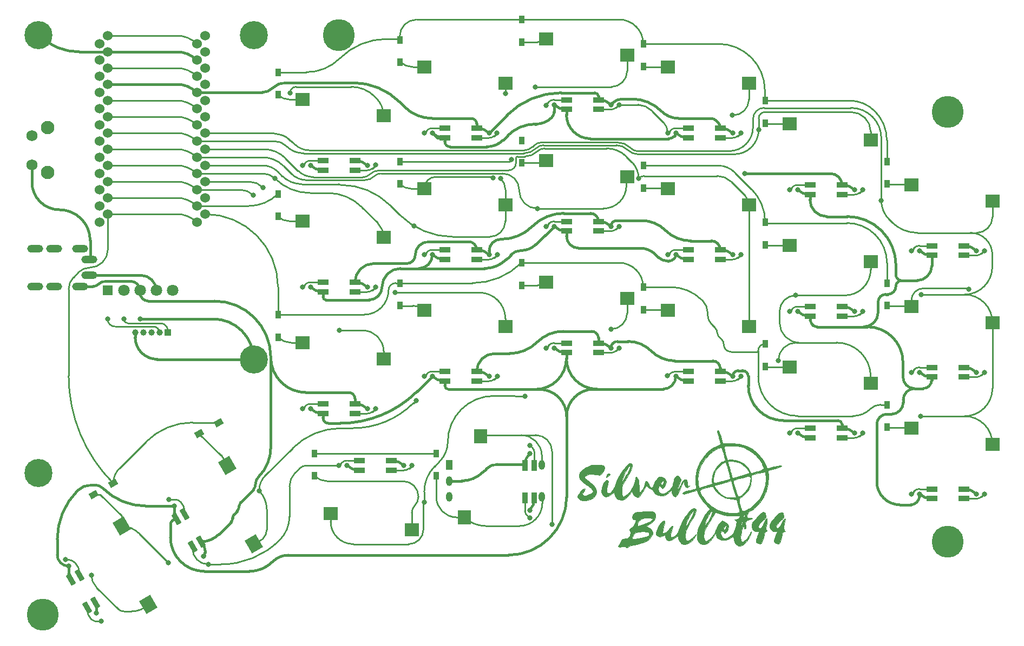
<source format=gtl>
%TF.GenerationSoftware,KiCad,Pcbnew,(6.0.5-0)*%
%TF.CreationDate,2022-10-31T01:20:07+09:00*%
%TF.ProjectId,silverbullet44,73696c76-6572-4627-956c-6c657434342e,rev?*%
%TF.SameCoordinates,Original*%
%TF.FileFunction,Copper,L1,Top*%
%TF.FilePolarity,Positive*%
%FSLAX46Y46*%
G04 Gerber Fmt 4.6, Leading zero omitted, Abs format (unit mm)*
G04 Created by KiCad (PCBNEW (6.0.5-0)) date 2022-10-31 01:20:07*
%MOMM*%
%LPD*%
G01*
G04 APERTURE LIST*
G04 Aperture macros list*
%AMRotRect*
0 Rectangle, with rotation*
0 The origin of the aperture is its center*
0 $1 length*
0 $2 width*
0 $3 Rotation angle, in degrees counterclockwise*
0 Add horizontal line*
21,1,$1,$2,0,0,$3*%
G04 Aperture macros list end*
%TA.AperFunction,EtchedComponent*%
%ADD10C,0.010000*%
%TD*%
%TA.AperFunction,ComponentPad*%
%ADD11O,2.500000X1.250000*%
%TD*%
%TA.AperFunction,WasherPad*%
%ADD12C,5.000000*%
%TD*%
%TA.AperFunction,SMDPad,CuDef*%
%ADD13R,0.950000X1.300000*%
%TD*%
%TA.AperFunction,SMDPad,CuDef*%
%ADD14RotRect,1.300000X0.950000X210.000000*%
%TD*%
%TA.AperFunction,SMDPad,CuDef*%
%ADD15RotRect,1.800000X0.820000X300.000000*%
%TD*%
%TA.AperFunction,SMDPad,CuDef*%
%ADD16R,1.800000X0.820000*%
%TD*%
%TA.AperFunction,SMDPad,CuDef*%
%ADD17R,0.820000X1.800000*%
%TD*%
%TA.AperFunction,SMDPad,CuDef*%
%ADD18R,2.300000X2.000000*%
%TD*%
%TA.AperFunction,SMDPad,CuDef*%
%ADD19RotRect,2.300000X2.000000X120.000000*%
%TD*%
%TA.AperFunction,SMDPad,CuDef*%
%ADD20R,2.000000X2.300000*%
%TD*%
%TA.AperFunction,ComponentPad*%
%ADD21C,2.100000*%
%TD*%
%TA.AperFunction,ComponentPad*%
%ADD22C,1.750000*%
%TD*%
%TA.AperFunction,ComponentPad*%
%ADD23C,1.524000*%
%TD*%
%TA.AperFunction,ComponentPad*%
%ADD24R,1.524000X1.524000*%
%TD*%
%TA.AperFunction,ComponentPad*%
%ADD25C,1.800000*%
%TD*%
%TA.AperFunction,ComponentPad*%
%ADD26R,1.000000X1.000000*%
%TD*%
%TA.AperFunction,ComponentPad*%
%ADD27C,1.000000*%
%TD*%
%TA.AperFunction,ComponentPad*%
%ADD28C,0.700000*%
%TD*%
%TA.AperFunction,ComponentPad*%
%ADD29C,4.400000*%
%TD*%
%TA.AperFunction,ComponentPad*%
%ADD30R,1.000000X1.500000*%
%TD*%
%TA.AperFunction,ComponentPad*%
%ADD31O,1.000000X1.500000*%
%TD*%
%TA.AperFunction,ViaPad*%
%ADD32C,0.800000*%
%TD*%
%TA.AperFunction,Conductor*%
%ADD33C,0.400000*%
%TD*%
%TA.AperFunction,Conductor*%
%ADD34C,0.250000*%
%TD*%
G04 APERTURE END LIST*
G36*
X139609037Y-104744467D02*
G01*
X139891771Y-104339144D01*
X139954071Y-104274648D01*
X140208725Y-104045654D01*
X140391223Y-103971834D01*
X140612371Y-104032174D01*
X140792247Y-104115710D01*
X141101312Y-104300732D01*
X141296253Y-104486739D01*
X141314110Y-104520595D01*
X141335026Y-104880219D01*
X141191719Y-105307522D01*
X140998987Y-105606854D01*
X140761752Y-105899827D01*
X140526957Y-105625606D01*
X140331272Y-105451496D01*
X140204862Y-105490305D01*
X140193025Y-105507442D01*
X140094557Y-105874901D01*
X140186973Y-106270103D01*
X140337110Y-106482110D01*
X140563768Y-106645160D01*
X140829815Y-106652178D01*
X140996627Y-106610944D01*
X141329499Y-106452271D01*
X141698683Y-106184365D01*
X142039338Y-105867215D01*
X142286623Y-105560810D01*
X142376000Y-105334809D01*
X142413625Y-105096600D01*
X142509856Y-104721268D01*
X142585792Y-104471583D01*
X142776975Y-104027401D01*
X142989849Y-103831413D01*
X143235813Y-103878025D01*
X143435816Y-104054250D01*
X143583953Y-104252577D01*
X143629978Y-104457334D01*
X143570208Y-104739427D01*
X143400962Y-105169765D01*
X143374698Y-105231071D01*
X143207958Y-105662719D01*
X143162924Y-105880527D01*
X143226654Y-105886031D01*
X143386207Y-105680764D01*
X143628642Y-105266263D01*
X143665866Y-105196533D01*
X143940825Y-104726064D01*
X144161887Y-104468131D01*
X144344500Y-104393500D01*
X144510423Y-104439057D01*
X144598147Y-104617992D01*
X144638069Y-104943836D01*
X144679444Y-105284748D01*
X144756174Y-105423452D01*
X144892069Y-105413224D01*
X145035074Y-105371363D01*
X144987047Y-105451350D01*
X144906797Y-105534303D01*
X144653213Y-105667892D01*
X144417686Y-105595705D01*
X144240053Y-105365032D01*
X144160151Y-105023163D01*
X144196115Y-104690667D01*
X144224830Y-104510554D01*
X144173233Y-104530524D01*
X144063002Y-104718040D01*
X143915818Y-105040560D01*
X143844106Y-105219000D01*
X143502445Y-106048961D01*
X143211863Y-106638188D01*
X142968235Y-106993874D01*
X142767438Y-107123213D01*
X142752245Y-107124000D01*
X142493132Y-107009660D01*
X142310454Y-106713498D01*
X142248999Y-106346588D01*
X142249000Y-106060478D01*
X141899750Y-106386221D01*
X141399090Y-106776847D01*
X140927913Y-106966231D01*
X140614616Y-106997000D01*
X140028714Y-106912853D01*
X139621220Y-106666158D01*
X139436223Y-106362728D01*
X139286277Y-106097295D01*
X139106985Y-105981203D01*
X139100275Y-105981000D01*
X138876784Y-105898158D01*
X138600611Y-105695861D01*
X138570085Y-105667413D01*
X138242771Y-105353827D01*
X137735060Y-106270663D01*
X137429001Y-106782162D01*
X137185183Y-107088031D01*
X136976743Y-107220499D01*
X136936148Y-107229134D01*
X136628892Y-107163629D01*
X136331219Y-106938262D01*
X136118575Y-106632816D01*
X136066408Y-106327070D01*
X136069491Y-106312681D01*
X136107134Y-106127238D01*
X136057681Y-106171742D01*
X135984458Y-106290162D01*
X135817822Y-106520061D01*
X135548340Y-106849001D01*
X135343075Y-107083912D01*
X135033305Y-107402750D01*
X134782956Y-107567297D01*
X134499151Y-107626543D01*
X134303973Y-107632000D01*
X133919797Y-107600699D01*
X133672099Y-107472330D01*
X133494647Y-107263144D01*
X133314177Y-106932856D01*
X133232423Y-106631483D01*
X133232000Y-106614988D01*
X133218854Y-106458304D01*
X133146489Y-106439731D01*
X132965508Y-106571906D01*
X132783080Y-106729843D01*
X132328505Y-107036987D01*
X131915503Y-107106977D01*
X131509623Y-106945016D01*
X131482258Y-106926298D01*
X131259320Y-106654981D01*
X131200000Y-106283092D01*
X131251858Y-105891378D01*
X131385461Y-105440059D01*
X131567848Y-105008336D01*
X131766059Y-104675409D01*
X131931467Y-104525422D01*
X132179938Y-104513343D01*
X132293659Y-104697990D01*
X132258451Y-105052529D01*
X132241481Y-105112057D01*
X132078145Y-105754534D01*
X132027628Y-106224097D01*
X132081473Y-106476821D01*
X132267183Y-106589641D01*
X132524669Y-106514854D01*
X132811990Y-106291977D01*
X133087203Y-105960522D01*
X133308366Y-105560005D01*
X133417921Y-105217730D01*
X133544700Y-104813263D01*
X134377816Y-104813263D01*
X134377823Y-104813515D01*
X134436007Y-104818965D01*
X134585919Y-104639296D01*
X134801313Y-104314330D01*
X135055945Y-103883891D01*
X135323570Y-103387800D01*
X135344988Y-103346013D01*
X135574948Y-102852050D01*
X135692404Y-102505398D01*
X135698015Y-102325526D01*
X135592438Y-102331906D01*
X135376332Y-102544010D01*
X135320176Y-102612493D01*
X135159950Y-102869787D01*
X134959064Y-103268809D01*
X134748962Y-103736113D01*
X134561090Y-104198254D01*
X134426893Y-104581786D01*
X134377816Y-104813263D01*
X133544700Y-104813263D01*
X133570324Y-104731516D01*
X133823717Y-104182462D01*
X134148542Y-103611546D01*
X134515242Y-103059746D01*
X134894261Y-102568040D01*
X135256039Y-102177405D01*
X135571021Y-101928818D01*
X135809648Y-101863259D01*
X135832660Y-101869983D01*
X136016999Y-102055277D01*
X136022017Y-102403627D01*
X135846677Y-102918770D01*
X135489943Y-103604441D01*
X135235666Y-104024445D01*
X134891114Y-104582872D01*
X134661426Y-104994205D01*
X134520975Y-105322956D01*
X134444132Y-105633637D01*
X134405268Y-105990762D01*
X134395918Y-106138268D01*
X134393298Y-106688088D01*
X134473005Y-107005565D01*
X134650291Y-107103341D01*
X134940410Y-106994056D01*
X135206794Y-106810309D01*
X135803243Y-106210684D01*
X136214302Y-105455004D01*
X136416375Y-104732974D01*
X136503117Y-104304260D01*
X136571314Y-104085791D01*
X136648497Y-104038024D01*
X136762199Y-104121419D01*
X136809622Y-104168178D01*
X136946222Y-104374384D01*
X137034238Y-104700838D01*
X137087336Y-105205637D01*
X137098230Y-105395174D01*
X137130126Y-105871313D01*
X137169648Y-106241476D01*
X137209291Y-106438965D01*
X137217174Y-106452508D01*
X137319538Y-106404085D01*
X137488647Y-106189394D01*
X137687025Y-105873800D01*
X137877197Y-105522670D01*
X138021689Y-105201368D01*
X138083026Y-104975260D01*
X138081624Y-104944692D01*
X138099389Y-104733381D01*
X138222794Y-104697800D01*
X138400849Y-104813724D01*
X138582563Y-105056927D01*
X138658981Y-105219000D01*
X138861354Y-105596942D01*
X139063238Y-105722689D01*
X139250982Y-105596810D01*
X139410935Y-105219875D01*
X139413000Y-105212356D01*
X140530394Y-105212356D01*
X140673405Y-105282134D01*
X140837397Y-105174650D01*
X140956477Y-104951321D01*
X140979000Y-104794227D01*
X140979000Y-104527555D01*
X140709587Y-104796967D01*
X140545530Y-105030785D01*
X140530394Y-105212356D01*
X139413000Y-105212356D01*
X139419897Y-105187250D01*
X139609037Y-104744467D01*
G37*
D10*
X139609037Y-104744467D02*
X139891771Y-104339144D01*
X139954071Y-104274648D01*
X140208725Y-104045654D01*
X140391223Y-103971834D01*
X140612371Y-104032174D01*
X140792247Y-104115710D01*
X141101312Y-104300732D01*
X141296253Y-104486739D01*
X141314110Y-104520595D01*
X141335026Y-104880219D01*
X141191719Y-105307522D01*
X140998987Y-105606854D01*
X140761752Y-105899827D01*
X140526957Y-105625606D01*
X140331272Y-105451496D01*
X140204862Y-105490305D01*
X140193025Y-105507442D01*
X140094557Y-105874901D01*
X140186973Y-106270103D01*
X140337110Y-106482110D01*
X140563768Y-106645160D01*
X140829815Y-106652178D01*
X140996627Y-106610944D01*
X141329499Y-106452271D01*
X141698683Y-106184365D01*
X142039338Y-105867215D01*
X142286623Y-105560810D01*
X142376000Y-105334809D01*
X142413625Y-105096600D01*
X142509856Y-104721268D01*
X142585792Y-104471583D01*
X142776975Y-104027401D01*
X142989849Y-103831413D01*
X143235813Y-103878025D01*
X143435816Y-104054250D01*
X143583953Y-104252577D01*
X143629978Y-104457334D01*
X143570208Y-104739427D01*
X143400962Y-105169765D01*
X143374698Y-105231071D01*
X143207958Y-105662719D01*
X143162924Y-105880527D01*
X143226654Y-105886031D01*
X143386207Y-105680764D01*
X143628642Y-105266263D01*
X143665866Y-105196533D01*
X143940825Y-104726064D01*
X144161887Y-104468131D01*
X144344500Y-104393500D01*
X144510423Y-104439057D01*
X144598147Y-104617992D01*
X144638069Y-104943836D01*
X144679444Y-105284748D01*
X144756174Y-105423452D01*
X144892069Y-105413224D01*
X145035074Y-105371363D01*
X144987047Y-105451350D01*
X144906797Y-105534303D01*
X144653213Y-105667892D01*
X144417686Y-105595705D01*
X144240053Y-105365032D01*
X144160151Y-105023163D01*
X144196115Y-104690667D01*
X144224830Y-104510554D01*
X144173233Y-104530524D01*
X144063002Y-104718040D01*
X143915818Y-105040560D01*
X143844106Y-105219000D01*
X143502445Y-106048961D01*
X143211863Y-106638188D01*
X142968235Y-106993874D01*
X142767438Y-107123213D01*
X142752245Y-107124000D01*
X142493132Y-107009660D01*
X142310454Y-106713498D01*
X142248999Y-106346588D01*
X142249000Y-106060478D01*
X141899750Y-106386221D01*
X141399090Y-106776847D01*
X140927913Y-106966231D01*
X140614616Y-106997000D01*
X140028714Y-106912853D01*
X139621220Y-106666158D01*
X139436223Y-106362728D01*
X139286277Y-106097295D01*
X139106985Y-105981203D01*
X139100275Y-105981000D01*
X138876784Y-105898158D01*
X138600611Y-105695861D01*
X138570085Y-105667413D01*
X138242771Y-105353827D01*
X137735060Y-106270663D01*
X137429001Y-106782162D01*
X137185183Y-107088031D01*
X136976743Y-107220499D01*
X136936148Y-107229134D01*
X136628892Y-107163629D01*
X136331219Y-106938262D01*
X136118575Y-106632816D01*
X136066408Y-106327070D01*
X136069491Y-106312681D01*
X136107134Y-106127238D01*
X136057681Y-106171742D01*
X135984458Y-106290162D01*
X135817822Y-106520061D01*
X135548340Y-106849001D01*
X135343075Y-107083912D01*
X135033305Y-107402750D01*
X134782956Y-107567297D01*
X134499151Y-107626543D01*
X134303973Y-107632000D01*
X133919797Y-107600699D01*
X133672099Y-107472330D01*
X133494647Y-107263144D01*
X133314177Y-106932856D01*
X133232423Y-106631483D01*
X133232000Y-106614988D01*
X133218854Y-106458304D01*
X133146489Y-106439731D01*
X132965508Y-106571906D01*
X132783080Y-106729843D01*
X132328505Y-107036987D01*
X131915503Y-107106977D01*
X131509623Y-106945016D01*
X131482258Y-106926298D01*
X131259320Y-106654981D01*
X131200000Y-106283092D01*
X131251858Y-105891378D01*
X131385461Y-105440059D01*
X131567848Y-105008336D01*
X131766059Y-104675409D01*
X131931467Y-104525422D01*
X132179938Y-104513343D01*
X132293659Y-104697990D01*
X132258451Y-105052529D01*
X132241481Y-105112057D01*
X132078145Y-105754534D01*
X132027628Y-106224097D01*
X132081473Y-106476821D01*
X132267183Y-106589641D01*
X132524669Y-106514854D01*
X132811990Y-106291977D01*
X133087203Y-105960522D01*
X133308366Y-105560005D01*
X133417921Y-105217730D01*
X133544700Y-104813263D01*
X134377816Y-104813263D01*
X134377823Y-104813515D01*
X134436007Y-104818965D01*
X134585919Y-104639296D01*
X134801313Y-104314330D01*
X135055945Y-103883891D01*
X135323570Y-103387800D01*
X135344988Y-103346013D01*
X135574948Y-102852050D01*
X135692404Y-102505398D01*
X135698015Y-102325526D01*
X135592438Y-102331906D01*
X135376332Y-102544010D01*
X135320176Y-102612493D01*
X135159950Y-102869787D01*
X134959064Y-103268809D01*
X134748962Y-103736113D01*
X134561090Y-104198254D01*
X134426893Y-104581786D01*
X134377816Y-104813263D01*
X133544700Y-104813263D01*
X133570324Y-104731516D01*
X133823717Y-104182462D01*
X134148542Y-103611546D01*
X134515242Y-103059746D01*
X134894261Y-102568040D01*
X135256039Y-102177405D01*
X135571021Y-101928818D01*
X135809648Y-101863259D01*
X135832660Y-101869983D01*
X136016999Y-102055277D01*
X136022017Y-102403627D01*
X135846677Y-102918770D01*
X135489943Y-103604441D01*
X135235666Y-104024445D01*
X134891114Y-104582872D01*
X134661426Y-104994205D01*
X134520975Y-105322956D01*
X134444132Y-105633637D01*
X134405268Y-105990762D01*
X134395918Y-106138268D01*
X134393298Y-106688088D01*
X134473005Y-107005565D01*
X134650291Y-107103341D01*
X134940410Y-106994056D01*
X135206794Y-106810309D01*
X135803243Y-106210684D01*
X136214302Y-105455004D01*
X136416375Y-104732974D01*
X136503117Y-104304260D01*
X136571314Y-104085791D01*
X136648497Y-104038024D01*
X136762199Y-104121419D01*
X136809622Y-104168178D01*
X136946222Y-104374384D01*
X137034238Y-104700838D01*
X137087336Y-105205637D01*
X137098230Y-105395174D01*
X137130126Y-105871313D01*
X137169648Y-106241476D01*
X137209291Y-106438965D01*
X137217174Y-106452508D01*
X137319538Y-106404085D01*
X137488647Y-106189394D01*
X137687025Y-105873800D01*
X137877197Y-105522670D01*
X138021689Y-105201368D01*
X138083026Y-104975260D01*
X138081624Y-104944692D01*
X138099389Y-104733381D01*
X138222794Y-104697800D01*
X138400849Y-104813724D01*
X138582563Y-105056927D01*
X138658981Y-105219000D01*
X138861354Y-105596942D01*
X139063238Y-105722689D01*
X139250982Y-105596810D01*
X139410935Y-105219875D01*
X139413000Y-105212356D01*
X140530394Y-105212356D01*
X140673405Y-105282134D01*
X140837397Y-105174650D01*
X140956477Y-104951321D01*
X140979000Y-104794227D01*
X140979000Y-104527555D01*
X140709587Y-104796967D01*
X140545530Y-105030785D01*
X140530394Y-105212356D01*
X139413000Y-105212356D01*
X139419897Y-105187250D01*
X139609037Y-104744467D01*
G36*
X144260163Y-110383608D02*
G01*
X144640932Y-109839929D01*
X145023284Y-109387318D01*
X145376785Y-109067830D01*
X145671003Y-108923521D01*
X145759821Y-108923149D01*
X145984623Y-109069526D01*
X146023163Y-109386031D01*
X145876025Y-109870729D01*
X145543792Y-110521685D01*
X145036344Y-111323258D01*
X144756400Y-111788522D01*
X144522243Y-112269149D01*
X144408880Y-112581730D01*
X144333454Y-113044090D01*
X144338213Y-113499468D01*
X144415647Y-113865195D01*
X144542235Y-114049971D01*
X144732827Y-114038403D01*
X145030087Y-113896597D01*
X145359526Y-113672354D01*
X145646654Y-113413477D01*
X145765188Y-113265170D01*
X145925888Y-113065084D01*
X146026557Y-113018224D01*
X146003257Y-113157069D01*
X145847817Y-113418347D01*
X145604467Y-113741701D01*
X145317433Y-114066778D01*
X145114708Y-114262588D01*
X144653197Y-114545805D01*
X144181793Y-114621597D01*
X143757996Y-114489245D01*
X143528217Y-114282372D01*
X143340233Y-113933345D01*
X143265000Y-113583076D01*
X143265000Y-113218406D01*
X142737945Y-113600203D01*
X142243514Y-113878926D01*
X141810517Y-113975362D01*
X141475352Y-113894792D01*
X141274414Y-113642497D01*
X141233000Y-113381838D01*
X141218044Y-113189827D01*
X141126585Y-113156792D01*
X140888737Y-113264539D01*
X140853095Y-113282933D01*
X140427278Y-113412147D01*
X140058275Y-113362295D01*
X139810089Y-113148703D01*
X139759007Y-113020954D01*
X139779421Y-112741774D01*
X139910858Y-112332259D01*
X140116608Y-111868697D01*
X140359965Y-111427373D01*
X140604221Y-111084574D01*
X140759344Y-110942024D01*
X141000226Y-110848473D01*
X141116156Y-110953068D01*
X141108953Y-111264200D01*
X140980436Y-111790257D01*
X140958823Y-111862089D01*
X140838614Y-112296267D01*
X140769434Y-112629131D01*
X140765029Y-112793379D01*
X140767829Y-112797162D01*
X140976217Y-112845078D01*
X141271073Y-112728278D01*
X141585550Y-112484558D01*
X141821135Y-112201640D01*
X142101786Y-111822609D01*
X142281956Y-111674726D01*
X142354323Y-111752838D01*
X142311564Y-112051794D01*
X142185500Y-112458000D01*
X142031626Y-112973440D01*
X142008839Y-113295887D01*
X142118681Y-113450829D01*
X142246996Y-113474000D01*
X142595850Y-113359541D01*
X142945485Y-113055225D01*
X143243853Y-112619636D01*
X143431669Y-112140500D01*
X143625099Y-111575949D01*
X143637730Y-111549494D01*
X144431791Y-111549494D01*
X144437626Y-111691103D01*
X144535918Y-111642169D01*
X144714636Y-111412201D01*
X144961745Y-111010704D01*
X145265212Y-110447187D01*
X145430481Y-110115533D01*
X145607979Y-109723700D01*
X145716956Y-109428779D01*
X145734102Y-109296768D01*
X145601193Y-109318667D01*
X145396828Y-109524925D01*
X145154973Y-109868815D01*
X144909595Y-110303608D01*
X144745627Y-110656621D01*
X144530447Y-111207835D01*
X144431791Y-111549494D01*
X143637730Y-111549494D01*
X143911407Y-110976300D01*
X144260163Y-110383608D01*
G37*
X144260163Y-110383608D02*
X144640932Y-109839929D01*
X145023284Y-109387318D01*
X145376785Y-109067830D01*
X145671003Y-108923521D01*
X145759821Y-108923149D01*
X145984623Y-109069526D01*
X146023163Y-109386031D01*
X145876025Y-109870729D01*
X145543792Y-110521685D01*
X145036344Y-111323258D01*
X144756400Y-111788522D01*
X144522243Y-112269149D01*
X144408880Y-112581730D01*
X144333454Y-113044090D01*
X144338213Y-113499468D01*
X144415647Y-113865195D01*
X144542235Y-114049971D01*
X144732827Y-114038403D01*
X145030087Y-113896597D01*
X145359526Y-113672354D01*
X145646654Y-113413477D01*
X145765188Y-113265170D01*
X145925888Y-113065084D01*
X146026557Y-113018224D01*
X146003257Y-113157069D01*
X145847817Y-113418347D01*
X145604467Y-113741701D01*
X145317433Y-114066778D01*
X145114708Y-114262588D01*
X144653197Y-114545805D01*
X144181793Y-114621597D01*
X143757996Y-114489245D01*
X143528217Y-114282372D01*
X143340233Y-113933345D01*
X143265000Y-113583076D01*
X143265000Y-113218406D01*
X142737945Y-113600203D01*
X142243514Y-113878926D01*
X141810517Y-113975362D01*
X141475352Y-113894792D01*
X141274414Y-113642497D01*
X141233000Y-113381838D01*
X141218044Y-113189827D01*
X141126585Y-113156792D01*
X140888737Y-113264539D01*
X140853095Y-113282933D01*
X140427278Y-113412147D01*
X140058275Y-113362295D01*
X139810089Y-113148703D01*
X139759007Y-113020954D01*
X139779421Y-112741774D01*
X139910858Y-112332259D01*
X140116608Y-111868697D01*
X140359965Y-111427373D01*
X140604221Y-111084574D01*
X140759344Y-110942024D01*
X141000226Y-110848473D01*
X141116156Y-110953068D01*
X141108953Y-111264200D01*
X140980436Y-111790257D01*
X140958823Y-111862089D01*
X140838614Y-112296267D01*
X140769434Y-112629131D01*
X140765029Y-112793379D01*
X140767829Y-112797162D01*
X140976217Y-112845078D01*
X141271073Y-112728278D01*
X141585550Y-112484558D01*
X141821135Y-112201640D01*
X142101786Y-111822609D01*
X142281956Y-111674726D01*
X142354323Y-111752838D01*
X142311564Y-112051794D01*
X142185500Y-112458000D01*
X142031626Y-112973440D01*
X142008839Y-113295887D01*
X142118681Y-113450829D01*
X142246996Y-113474000D01*
X142595850Y-113359541D01*
X142945485Y-113055225D01*
X143243853Y-112619636D01*
X143431669Y-112140500D01*
X143625099Y-111575949D01*
X143637730Y-111549494D01*
X144431791Y-111549494D01*
X144437626Y-111691103D01*
X144535918Y-111642169D01*
X144714636Y-111412201D01*
X144961745Y-111010704D01*
X145265212Y-110447187D01*
X145430481Y-110115533D01*
X145607979Y-109723700D01*
X145716956Y-109428779D01*
X145734102Y-109296768D01*
X145601193Y-109318667D01*
X145396828Y-109524925D01*
X145154973Y-109868815D01*
X144909595Y-110303608D01*
X144745627Y-110656621D01*
X144530447Y-111207835D01*
X144431791Y-111549494D01*
X143637730Y-111549494D01*
X143911407Y-110976300D01*
X144260163Y-110383608D01*
G36*
X131099972Y-102139856D02*
G01*
X131464414Y-102209046D01*
X131652271Y-102310598D01*
X131653034Y-102311809D01*
X131673937Y-102536781D01*
X131594671Y-102879685D01*
X131449930Y-103243212D01*
X131274406Y-103530053D01*
X131189554Y-103611822D01*
X130937548Y-103720365D01*
X130600887Y-103710149D01*
X130399447Y-103669816D01*
X129863108Y-103600955D01*
X129332602Y-103621953D01*
X128899356Y-103724415D01*
X128721187Y-103823918D01*
X128610731Y-104003500D01*
X128687767Y-104225419D01*
X128966955Y-104510688D01*
X129453804Y-104874026D01*
X130046142Y-105364966D01*
X130386812Y-105851171D01*
X130477944Y-106338060D01*
X130321665Y-106831052D01*
X130261606Y-106929794D01*
X129915997Y-107318751D01*
X129456122Y-107563360D01*
X128819685Y-107696109D01*
X128784477Y-107700131D01*
X128307346Y-107727304D01*
X127987836Y-107671508D01*
X127802750Y-107570474D01*
X127589792Y-107342000D01*
X127516999Y-107141817D01*
X127591969Y-106900502D01*
X127779726Y-106576762D01*
X128024539Y-106245086D01*
X128270679Y-105979964D01*
X128462417Y-105855886D01*
X128480486Y-105854000D01*
X128637745Y-105909757D01*
X128599351Y-106091046D01*
X128465460Y-106291023D01*
X128274425Y-106636882D01*
X128292575Y-106866369D01*
X128498106Y-106968745D01*
X128869209Y-106933273D01*
X129384081Y-106749214D01*
X129390250Y-106746420D01*
X129743979Y-106544670D01*
X129903877Y-106332668D01*
X129861610Y-106090400D01*
X129608845Y-105797853D01*
X129137248Y-105435013D01*
X128732456Y-105166709D01*
X128245369Y-104799702D01*
X127903332Y-104428857D01*
X127818823Y-104287261D01*
X127694530Y-103978874D01*
X127698498Y-103746474D01*
X127825254Y-103458879D01*
X128184656Y-102993282D01*
X128719715Y-102581530D01*
X129352090Y-102277180D01*
X129698895Y-102177954D01*
X130142037Y-102119160D01*
X130634122Y-102108178D01*
X131099972Y-102139856D01*
G37*
X131099972Y-102139856D02*
X131464414Y-102209046D01*
X131652271Y-102310598D01*
X131653034Y-102311809D01*
X131673937Y-102536781D01*
X131594671Y-102879685D01*
X131449930Y-103243212D01*
X131274406Y-103530053D01*
X131189554Y-103611822D01*
X130937548Y-103720365D01*
X130600887Y-103710149D01*
X130399447Y-103669816D01*
X129863108Y-103600955D01*
X129332602Y-103621953D01*
X128899356Y-103724415D01*
X128721187Y-103823918D01*
X128610731Y-104003500D01*
X128687767Y-104225419D01*
X128966955Y-104510688D01*
X129453804Y-104874026D01*
X130046142Y-105364966D01*
X130386812Y-105851171D01*
X130477944Y-106338060D01*
X130321665Y-106831052D01*
X130261606Y-106929794D01*
X129915997Y-107318751D01*
X129456122Y-107563360D01*
X128819685Y-107696109D01*
X128784477Y-107700131D01*
X128307346Y-107727304D01*
X127987836Y-107671508D01*
X127802750Y-107570474D01*
X127589792Y-107342000D01*
X127516999Y-107141817D01*
X127591969Y-106900502D01*
X127779726Y-106576762D01*
X128024539Y-106245086D01*
X128270679Y-105979964D01*
X128462417Y-105855886D01*
X128480486Y-105854000D01*
X128637745Y-105909757D01*
X128599351Y-106091046D01*
X128465460Y-106291023D01*
X128274425Y-106636882D01*
X128292575Y-106866369D01*
X128498106Y-106968745D01*
X128869209Y-106933273D01*
X129384081Y-106749214D01*
X129390250Y-106746420D01*
X129743979Y-106544670D01*
X129903877Y-106332668D01*
X129861610Y-106090400D01*
X129608845Y-105797853D01*
X129137248Y-105435013D01*
X128732456Y-105166709D01*
X128245369Y-104799702D01*
X127903332Y-104428857D01*
X127818823Y-104287261D01*
X127694530Y-103978874D01*
X127698498Y-103746474D01*
X127825254Y-103458879D01*
X128184656Y-102993282D01*
X128719715Y-102581530D01*
X129352090Y-102277180D01*
X129698895Y-102177954D01*
X130142037Y-102119160D01*
X130634122Y-102108178D01*
X131099972Y-102139856D01*
G36*
X156748361Y-109639562D02*
G01*
X156849531Y-109782650D01*
X156976521Y-110190738D01*
X156866451Y-110527597D01*
X156549640Y-110798878D01*
X156171650Y-111091051D01*
X155905066Y-111408659D01*
X155767329Y-111706674D01*
X155775877Y-111940068D01*
X155948151Y-112063811D01*
X156056264Y-112072801D01*
X156257351Y-111948011D01*
X156495651Y-111578012D01*
X156624703Y-111310801D01*
X156815632Y-110923943D01*
X156981405Y-110650859D01*
X157081986Y-110553000D01*
X157124896Y-110663487D01*
X157120312Y-110941700D01*
X157077406Y-111307768D01*
X157005350Y-111681818D01*
X156919402Y-111968903D01*
X156913621Y-112186993D01*
X156972341Y-112262149D01*
X157101128Y-112424675D01*
X157039658Y-112560086D01*
X156931633Y-112585000D01*
X156790349Y-112700819D01*
X156680903Y-113003653D01*
X156669477Y-113061250D01*
X156530931Y-113725517D01*
X156390033Y-114165035D01*
X156233960Y-114408835D01*
X156049886Y-114485952D01*
X156040147Y-114485960D01*
X155720875Y-114406405D01*
X155542818Y-114306313D01*
X155424140Y-114198209D01*
X155385932Y-114068442D01*
X155433739Y-113851677D01*
X155573105Y-113482582D01*
X155623305Y-113357852D01*
X155935474Y-112585000D01*
X155600987Y-112583055D01*
X155213773Y-112522904D01*
X154955169Y-112305736D01*
X154841012Y-112117099D01*
X154726933Y-111822536D01*
X154730458Y-111539232D01*
X154870370Y-111218103D01*
X155165450Y-110810065D01*
X155484835Y-110434563D01*
X155946089Y-109942655D01*
X156294645Y-109653725D01*
X156554178Y-109556464D01*
X156748361Y-109639562D01*
G37*
X156748361Y-109639562D02*
X156849531Y-109782650D01*
X156976521Y-110190738D01*
X156866451Y-110527597D01*
X156549640Y-110798878D01*
X156171650Y-111091051D01*
X155905066Y-111408659D01*
X155767329Y-111706674D01*
X155775877Y-111940068D01*
X155948151Y-112063811D01*
X156056264Y-112072801D01*
X156257351Y-111948011D01*
X156495651Y-111578012D01*
X156624703Y-111310801D01*
X156815632Y-110923943D01*
X156981405Y-110650859D01*
X157081986Y-110553000D01*
X157124896Y-110663487D01*
X157120312Y-110941700D01*
X157077406Y-111307768D01*
X157005350Y-111681818D01*
X156919402Y-111968903D01*
X156913621Y-112186993D01*
X156972341Y-112262149D01*
X157101128Y-112424675D01*
X157039658Y-112560086D01*
X156931633Y-112585000D01*
X156790349Y-112700819D01*
X156680903Y-113003653D01*
X156669477Y-113061250D01*
X156530931Y-113725517D01*
X156390033Y-114165035D01*
X156233960Y-114408835D01*
X156049886Y-114485952D01*
X156040147Y-114485960D01*
X155720875Y-114406405D01*
X155542818Y-114306313D01*
X155424140Y-114198209D01*
X155385932Y-114068442D01*
X155433739Y-113851677D01*
X155573105Y-113482582D01*
X155623305Y-113357852D01*
X155935474Y-112585000D01*
X155600987Y-112583055D01*
X155213773Y-112522904D01*
X154955169Y-112305736D01*
X154841012Y-112117099D01*
X154726933Y-111822536D01*
X154730458Y-111539232D01*
X154870370Y-111218103D01*
X155165450Y-110810065D01*
X155484835Y-110434563D01*
X155946089Y-109942655D01*
X156294645Y-109653725D01*
X156554178Y-109556464D01*
X156748361Y-109639562D01*
G36*
X135505506Y-113501904D02*
G01*
X135674359Y-113223959D01*
X135807535Y-112857240D01*
X135769609Y-112658809D01*
X135645897Y-112389265D01*
X135732238Y-112117241D01*
X135958912Y-111951364D01*
X136132550Y-111818395D01*
X136761620Y-111818395D01*
X137505060Y-111562634D01*
X138020109Y-111372042D01*
X138535065Y-111160528D01*
X138794111Y-111042770D01*
X139156892Y-110826474D01*
X139269624Y-110653183D01*
X139133145Y-110527513D01*
X138748297Y-110454080D01*
X138685988Y-110449036D01*
X137980368Y-110450830D01*
X137467730Y-110586603D01*
X137114619Y-110875263D01*
X136887580Y-111335715D01*
X136844049Y-111489969D01*
X136761620Y-111818395D01*
X136132550Y-111818395D01*
X136184276Y-111778785D01*
X136400601Y-111482838D01*
X136559514Y-111152390D01*
X136612643Y-110876310D01*
X136589161Y-110793508D01*
X136417814Y-110698350D01*
X136272504Y-110680000D01*
X136081984Y-110583621D01*
X136025380Y-110343105D01*
X136104706Y-110031384D01*
X136248250Y-109802422D01*
X136377351Y-109679874D01*
X136561230Y-109594212D01*
X136851025Y-109534432D01*
X137297877Y-109489532D01*
X137872315Y-109452989D01*
X138502001Y-109422533D01*
X138929279Y-109418038D01*
X139204816Y-109443845D01*
X139379282Y-109504295D01*
X139491565Y-109591708D01*
X139695011Y-109950773D01*
X139681475Y-110364687D01*
X139469285Y-110792666D01*
X139076768Y-111193923D01*
X138649245Y-111466225D01*
X138121500Y-111737365D01*
X138530355Y-111905957D01*
X138876809Y-112136141D01*
X139134100Y-112451426D01*
X139250503Y-112725388D01*
X139246242Y-112954957D01*
X139118048Y-113270640D01*
X139113337Y-113280534D01*
X138745018Y-113761445D01*
X138146776Y-114150593D01*
X137327317Y-114443234D01*
X136752926Y-114567081D01*
X136245683Y-114673666D01*
X135819359Y-114795922D01*
X135549984Y-114911181D01*
X135516683Y-114935691D01*
X135283584Y-115104106D01*
X135134845Y-115077741D01*
X135075469Y-115001186D01*
X134911024Y-114940421D01*
X134583868Y-114938638D01*
X134432974Y-114954949D01*
X134095893Y-114984884D01*
X133893318Y-114971480D01*
X133867000Y-114950378D01*
X133916825Y-114796558D01*
X134043628Y-114497180D01*
X134131801Y-114304890D01*
X134312411Y-113961791D01*
X134489570Y-113788758D01*
X134751431Y-113718948D01*
X134925551Y-113703024D01*
X135052542Y-113683451D01*
X136026000Y-113683451D01*
X136141179Y-113728443D01*
X136451998Y-113722328D01*
X136906381Y-113670146D01*
X137452251Y-113576934D01*
X137736890Y-113517910D01*
X138249799Y-113391730D01*
X138549222Y-113269998D01*
X138673102Y-113121118D01*
X138659384Y-112913489D01*
X138655641Y-112902500D01*
X138820000Y-112902500D01*
X138883500Y-112966000D01*
X138947000Y-112902500D01*
X138883500Y-112839000D01*
X138820000Y-112902500D01*
X138655641Y-112902500D01*
X138615912Y-112785887D01*
X138505239Y-112668909D01*
X138252191Y-112605961D01*
X137804916Y-112585215D01*
X137735180Y-112585000D01*
X137089366Y-112613008D01*
X136646498Y-112709698D01*
X136360429Y-112894066D01*
X136185012Y-113185107D01*
X136168585Y-113229882D01*
X136072457Y-113517352D01*
X136026632Y-113677441D01*
X136026000Y-113683451D01*
X135052542Y-113683451D01*
X135287787Y-113647193D01*
X135505506Y-113501904D01*
G37*
X135505506Y-113501904D02*
X135674359Y-113223959D01*
X135807535Y-112857240D01*
X135769609Y-112658809D01*
X135645897Y-112389265D01*
X135732238Y-112117241D01*
X135958912Y-111951364D01*
X136132550Y-111818395D01*
X136761620Y-111818395D01*
X137505060Y-111562634D01*
X138020109Y-111372042D01*
X138535065Y-111160528D01*
X138794111Y-111042770D01*
X139156892Y-110826474D01*
X139269624Y-110653183D01*
X139133145Y-110527513D01*
X138748297Y-110454080D01*
X138685988Y-110449036D01*
X137980368Y-110450830D01*
X137467730Y-110586603D01*
X137114619Y-110875263D01*
X136887580Y-111335715D01*
X136844049Y-111489969D01*
X136761620Y-111818395D01*
X136132550Y-111818395D01*
X136184276Y-111778785D01*
X136400601Y-111482838D01*
X136559514Y-111152390D01*
X136612643Y-110876310D01*
X136589161Y-110793508D01*
X136417814Y-110698350D01*
X136272504Y-110680000D01*
X136081984Y-110583621D01*
X136025380Y-110343105D01*
X136104706Y-110031384D01*
X136248250Y-109802422D01*
X136377351Y-109679874D01*
X136561230Y-109594212D01*
X136851025Y-109534432D01*
X137297877Y-109489532D01*
X137872315Y-109452989D01*
X138502001Y-109422533D01*
X138929279Y-109418038D01*
X139204816Y-109443845D01*
X139379282Y-109504295D01*
X139491565Y-109591708D01*
X139695011Y-109950773D01*
X139681475Y-110364687D01*
X139469285Y-110792666D01*
X139076768Y-111193923D01*
X138649245Y-111466225D01*
X138121500Y-111737365D01*
X138530355Y-111905957D01*
X138876809Y-112136141D01*
X139134100Y-112451426D01*
X139250503Y-112725388D01*
X139246242Y-112954957D01*
X139118048Y-113270640D01*
X139113337Y-113280534D01*
X138745018Y-113761445D01*
X138146776Y-114150593D01*
X137327317Y-114443234D01*
X136752926Y-114567081D01*
X136245683Y-114673666D01*
X135819359Y-114795922D01*
X135549984Y-114911181D01*
X135516683Y-114935691D01*
X135283584Y-115104106D01*
X135134845Y-115077741D01*
X135075469Y-115001186D01*
X134911024Y-114940421D01*
X134583868Y-114938638D01*
X134432974Y-114954949D01*
X134095893Y-114984884D01*
X133893318Y-114971480D01*
X133867000Y-114950378D01*
X133916825Y-114796558D01*
X134043628Y-114497180D01*
X134131801Y-114304890D01*
X134312411Y-113961791D01*
X134489570Y-113788758D01*
X134751431Y-113718948D01*
X134925551Y-113703024D01*
X135052542Y-113683451D01*
X136026000Y-113683451D01*
X136141179Y-113728443D01*
X136451998Y-113722328D01*
X136906381Y-113670146D01*
X137452251Y-113576934D01*
X137736890Y-113517910D01*
X138249799Y-113391730D01*
X138549222Y-113269998D01*
X138673102Y-113121118D01*
X138659384Y-112913489D01*
X138655641Y-112902500D01*
X138820000Y-112902500D01*
X138883500Y-112966000D01*
X138947000Y-112902500D01*
X138883500Y-112839000D01*
X138820000Y-112902500D01*
X138655641Y-112902500D01*
X138615912Y-112785887D01*
X138505239Y-112668909D01*
X138252191Y-112605961D01*
X137804916Y-112585215D01*
X137735180Y-112585000D01*
X137089366Y-112613008D01*
X136646498Y-112709698D01*
X136360429Y-112894066D01*
X136185012Y-113185107D01*
X136168585Y-113229882D01*
X136072457Y-113517352D01*
X136026632Y-113677441D01*
X136026000Y-113683451D01*
X135052542Y-113683451D01*
X135287787Y-113647193D01*
X135505506Y-113501904D01*
G36*
X159539625Y-109637048D02*
G01*
X159643531Y-109782650D01*
X159767441Y-110185484D01*
X159656626Y-110527882D01*
X159342556Y-110816574D01*
X159002344Y-111104701D01*
X158730375Y-111433026D01*
X158571021Y-111736545D01*
X158568656Y-111950253D01*
X158568661Y-111950260D01*
X158755899Y-112091749D01*
X158982157Y-111995063D01*
X159233747Y-111670501D01*
X159418703Y-111310801D01*
X159612014Y-110923664D01*
X159783702Y-110650538D01*
X159891778Y-110553000D01*
X159961238Y-110664003D01*
X159949655Y-110963366D01*
X159862446Y-111400615D01*
X159763416Y-111748721D01*
X159713699Y-112077198D01*
X159835823Y-112327302D01*
X159857479Y-112351971D01*
X159994589Y-112524379D01*
X159940778Y-112580352D01*
X159810915Y-112585000D01*
X159622945Y-112647886D01*
X159512509Y-112876258D01*
X159474845Y-113061250D01*
X159346875Y-113722043D01*
X159212440Y-114159389D01*
X159058144Y-114403742D01*
X158870592Y-114485561D01*
X158848280Y-114485960D01*
X158523238Y-114412681D01*
X158364233Y-114326359D01*
X158242542Y-114188462D01*
X158229915Y-113987445D01*
X158310311Y-113663649D01*
X158446073Y-113262517D01*
X158589118Y-112920236D01*
X158614296Y-112870750D01*
X158699774Y-112666477D01*
X158611536Y-112592747D01*
X158414218Y-112583055D01*
X158020855Y-112527259D01*
X157762332Y-112323702D01*
X157635012Y-112117099D01*
X157520406Y-111819895D01*
X157525128Y-111534029D01*
X157667996Y-111210620D01*
X157967829Y-110800785D01*
X158282750Y-110434538D01*
X158744422Y-109946031D01*
X159091394Y-109658136D01*
X159348263Y-109559069D01*
X159539625Y-109637048D01*
G37*
X159539625Y-109637048D02*
X159643531Y-109782650D01*
X159767441Y-110185484D01*
X159656626Y-110527882D01*
X159342556Y-110816574D01*
X159002344Y-111104701D01*
X158730375Y-111433026D01*
X158571021Y-111736545D01*
X158568656Y-111950253D01*
X158568661Y-111950260D01*
X158755899Y-112091749D01*
X158982157Y-111995063D01*
X159233747Y-111670501D01*
X159418703Y-111310801D01*
X159612014Y-110923664D01*
X159783702Y-110650538D01*
X159891778Y-110553000D01*
X159961238Y-110664003D01*
X159949655Y-110963366D01*
X159862446Y-111400615D01*
X159763416Y-111748721D01*
X159713699Y-112077198D01*
X159835823Y-112327302D01*
X159857479Y-112351971D01*
X159994589Y-112524379D01*
X159940778Y-112580352D01*
X159810915Y-112585000D01*
X159622945Y-112647886D01*
X159512509Y-112876258D01*
X159474845Y-113061250D01*
X159346875Y-113722043D01*
X159212440Y-114159389D01*
X159058144Y-114403742D01*
X158870592Y-114485561D01*
X158848280Y-114485960D01*
X158523238Y-114412681D01*
X158364233Y-114326359D01*
X158242542Y-114188462D01*
X158229915Y-113987445D01*
X158310311Y-113663649D01*
X158446073Y-113262517D01*
X158589118Y-112920236D01*
X158614296Y-112870750D01*
X158699774Y-112666477D01*
X158611536Y-112592747D01*
X158414218Y-112583055D01*
X158020855Y-112527259D01*
X157762332Y-112323702D01*
X157635012Y-112117099D01*
X157520406Y-111819895D01*
X157525128Y-111534029D01*
X157667996Y-111210620D01*
X157967829Y-110800785D01*
X158282750Y-110434538D01*
X158744422Y-109946031D01*
X159091394Y-109658136D01*
X159348263Y-109559069D01*
X159539625Y-109637048D01*
G36*
X132469614Y-103519014D02*
G01*
X132533548Y-103684285D01*
X132405592Y-103868264D01*
X132172248Y-104041432D01*
X132004729Y-104062074D01*
X131962000Y-103973273D01*
X132030270Y-103800713D01*
X132143950Y-103624023D01*
X132320968Y-103463122D01*
X132469614Y-103519014D01*
G37*
X132469614Y-103519014D02*
X132533548Y-103684285D01*
X132405592Y-103868264D01*
X132172248Y-104041432D01*
X132004729Y-104062074D01*
X131962000Y-103973273D01*
X132030270Y-103800713D01*
X132143950Y-103624023D01*
X132320968Y-103463122D01*
X132469614Y-103519014D01*
G36*
X146246953Y-112436107D02*
G01*
X146364700Y-112085555D01*
X146587112Y-111556978D01*
X147349182Y-111556978D01*
X147357869Y-111693232D01*
X147465084Y-111628310D01*
X147661018Y-111368291D01*
X147935862Y-110919256D01*
X148279806Y-110287284D01*
X148288023Y-110271471D01*
X148465939Y-109888274D01*
X148578480Y-109568057D01*
X148599000Y-109448858D01*
X148546965Y-109336983D01*
X148409464Y-109416258D01*
X148214401Y-109650535D01*
X147989680Y-110003669D01*
X147763205Y-110439513D01*
X147666627Y-110656621D01*
X147448831Y-111213467D01*
X147349182Y-111556978D01*
X146587112Y-111556978D01*
X146664060Y-111374107D01*
X147014888Y-110678047D01*
X147379560Y-110064000D01*
X147720456Y-109598591D01*
X147842870Y-109467875D01*
X148209183Y-109116925D01*
X147517720Y-108370063D01*
X147121534Y-107892041D01*
X146747839Y-107357087D01*
X146477810Y-106881539D01*
X146159793Y-106204648D01*
X146636885Y-106204648D01*
X146697321Y-106473646D01*
X146911417Y-106884930D01*
X147023426Y-107080962D01*
X147628520Y-107901307D01*
X148410339Y-108601449D01*
X149318126Y-109154778D01*
X150301121Y-109534687D01*
X151308567Y-109714565D01*
X152028000Y-109704514D01*
X152407332Y-109658779D01*
X152686386Y-109613995D01*
X152745369Y-109599948D01*
X152798713Y-109481312D01*
X152761408Y-109172032D01*
X152630657Y-108651409D01*
X152605081Y-108561678D01*
X152354220Y-107691006D01*
X152761195Y-107691006D01*
X152798929Y-108045901D01*
X152932468Y-108563763D01*
X152980738Y-108731117D01*
X153103755Y-109124818D01*
X153207769Y-109324273D01*
X153338242Y-109380920D01*
X153527286Y-109349510D01*
X153830749Y-109232451D01*
X154229426Y-109026369D01*
X154463028Y-108886008D01*
X155321777Y-108199933D01*
X156022981Y-107358457D01*
X156544537Y-106404789D01*
X156864344Y-105382142D01*
X156960301Y-104333728D01*
X156943580Y-104036284D01*
X156897709Y-103627740D01*
X156848141Y-103333140D01*
X156814703Y-103232370D01*
X156672600Y-103235537D01*
X156347390Y-103297440D01*
X155899837Y-103405799D01*
X155724070Y-103452828D01*
X154695000Y-103734848D01*
X154695000Y-104462422D01*
X154573489Y-105320021D01*
X154222768Y-106093333D01*
X153663553Y-106743378D01*
X153356833Y-106980272D01*
X153026747Y-107220576D01*
X152832667Y-107436693D01*
X152761195Y-107691006D01*
X152354220Y-107691006D01*
X152318923Y-107568500D01*
X151500597Y-107496906D01*
X150580841Y-107306876D01*
X149808650Y-106910317D01*
X149182947Y-106306668D01*
X149157633Y-106273860D01*
X148916504Y-105941246D01*
X148745288Y-105675422D01*
X148699078Y-105582736D01*
X148607711Y-105519379D01*
X148375064Y-105531058D01*
X147964010Y-105622461D01*
X147603913Y-105721045D01*
X147067544Y-105881379D01*
X146752747Y-106024903D01*
X146636885Y-106204648D01*
X146159793Y-106204648D01*
X146129362Y-106139877D01*
X145236931Y-106383362D01*
X144764002Y-106513190D01*
X144366848Y-106623644D01*
X144128199Y-106691706D01*
X144122250Y-106693482D01*
X143934300Y-106677603D01*
X143900000Y-106587398D01*
X144014267Y-106453052D01*
X144312936Y-106313710D01*
X144503250Y-106255510D01*
X144975828Y-106130758D01*
X145433173Y-106009937D01*
X145558441Y-105976820D01*
X146010383Y-105857300D01*
X145956087Y-104721652D01*
X145948755Y-104357743D01*
X146314734Y-104357743D01*
X146329770Y-104826119D01*
X146367237Y-105254160D01*
X146418713Y-105574900D01*
X146475776Y-105721376D01*
X146486562Y-105723978D01*
X146607138Y-105689520D01*
X146913666Y-105600340D01*
X147348384Y-105473260D01*
X147519500Y-105423127D01*
X147654951Y-105383421D01*
X148857780Y-105383421D01*
X149141140Y-105888229D01*
X149464518Y-106309936D01*
X149924461Y-106729678D01*
X150418365Y-107059965D01*
X150631000Y-107158638D01*
X150858994Y-107200619D01*
X151241486Y-107231266D01*
X151536084Y-107240973D01*
X152250668Y-107251000D01*
X151871597Y-105937128D01*
X151499050Y-104645872D01*
X151845782Y-104645872D01*
X151898742Y-104927498D01*
X151991419Y-105225887D01*
X152125647Y-105674146D01*
X152273190Y-106177921D01*
X152280518Y-106203250D01*
X152415543Y-106642985D01*
X152530486Y-106968458D01*
X152603864Y-107119849D01*
X152611184Y-107124000D01*
X152758020Y-107071110D01*
X153018556Y-106944838D01*
X153604628Y-106506827D01*
X154082531Y-105891959D01*
X154406498Y-105169593D01*
X154512095Y-104681438D01*
X154544499Y-104287645D01*
X154500438Y-104043661D01*
X154343297Y-103934215D01*
X154036462Y-103944038D01*
X153543317Y-104057858D01*
X153227309Y-104145622D01*
X152711579Y-104292975D01*
X152281479Y-104417441D01*
X152000835Y-104500477D01*
X151937351Y-104520377D01*
X151845782Y-104645872D01*
X151499050Y-104645872D01*
X151492525Y-104623257D01*
X150175152Y-105003339D01*
X148857780Y-105383421D01*
X147654951Y-105383421D01*
X148535500Y-105125298D01*
X148494077Y-104666422D01*
X148500178Y-104569863D01*
X148732316Y-104569863D01*
X148753151Y-104813413D01*
X148860462Y-104936984D01*
X149091619Y-104952376D01*
X149483994Y-104871388D01*
X150074957Y-104705819D01*
X150233769Y-104659669D01*
X150714088Y-104516013D01*
X151092182Y-104395381D01*
X151308492Y-104317083D01*
X151336073Y-104302260D01*
X151328567Y-104164353D01*
X151263155Y-103847585D01*
X151157185Y-103415690D01*
X151028004Y-102932401D01*
X150892962Y-102461454D01*
X150769407Y-102066581D01*
X150674687Y-101811517D01*
X150642867Y-101755584D01*
X150486327Y-101758267D01*
X150214416Y-101906928D01*
X149881563Y-102158646D01*
X149542200Y-102470501D01*
X149250759Y-102799571D01*
X149161672Y-102923559D01*
X148886637Y-103511089D01*
X148760585Y-104194536D01*
X148732316Y-104569863D01*
X148500178Y-104569863D01*
X148541099Y-103922314D01*
X148787774Y-103164584D01*
X149200750Y-102480723D01*
X149423179Y-102229136D01*
X149776780Y-101915172D01*
X150116105Y-101678412D01*
X150249251Y-101617513D01*
X151012000Y-101617513D01*
X151044586Y-101790042D01*
X151130445Y-102128284D01*
X151251723Y-102570668D01*
X151390568Y-103055623D01*
X151529129Y-103521577D01*
X151649553Y-103906961D01*
X151733987Y-104150202D01*
X151761646Y-104203000D01*
X151899604Y-104172075D01*
X152228243Y-104088648D01*
X152693106Y-103966737D01*
X153065186Y-103867412D01*
X153650460Y-103694662D01*
X154069875Y-103538487D01*
X154289447Y-103412444D01*
X154314000Y-103369285D01*
X154219787Y-103107320D01*
X153974609Y-102760093D01*
X153634655Y-102389319D01*
X153256114Y-102056716D01*
X152917000Y-101834878D01*
X152575928Y-101704880D01*
X152153767Y-101603680D01*
X151718688Y-101539058D01*
X151338863Y-101518792D01*
X151082463Y-101550661D01*
X151012000Y-101617513D01*
X150249251Y-101617513D01*
X150313382Y-101588181D01*
X150537104Y-101480346D01*
X150588677Y-101354891D01*
X150527454Y-101161494D01*
X150423744Y-100802767D01*
X150308218Y-100386310D01*
X150181496Y-99953628D01*
X150067458Y-99620249D01*
X150022635Y-99524779D01*
X150445108Y-99524779D01*
X150509165Y-99866513D01*
X150632684Y-100342916D01*
X150907458Y-101345544D01*
X151461458Y-101301482D01*
X152196544Y-101355398D01*
X152929859Y-101605556D01*
X153597201Y-102014078D01*
X154134370Y-102543087D01*
X154440670Y-103059203D01*
X154552843Y-103318555D01*
X154613532Y-103437174D01*
X154615157Y-103437978D01*
X154735343Y-103403164D01*
X155041378Y-103313024D01*
X155475626Y-103184554D01*
X155647500Y-103133601D01*
X156163109Y-102975385D01*
X156465109Y-102840613D01*
X156582255Y-102676724D01*
X156543299Y-102431158D01*
X156376994Y-102051353D01*
X156313050Y-101917000D01*
X155897153Y-101262302D01*
X155301322Y-100615307D01*
X154593394Y-100039627D01*
X153841205Y-99598874D01*
X153840776Y-99598673D01*
X153349254Y-99387753D01*
X152913181Y-99258553D01*
X152427062Y-99187624D01*
X151837500Y-99153400D01*
X151309073Y-99146587D01*
X150868453Y-99164480D01*
X150583798Y-99203325D01*
X150526205Y-99225614D01*
X150452389Y-99327944D01*
X150445108Y-99524779D01*
X150022635Y-99524779D01*
X149993951Y-99463685D01*
X149822057Y-99444789D01*
X149505008Y-99552564D01*
X149098433Y-99758113D01*
X148657962Y-100032540D01*
X148239225Y-100346947D01*
X148155413Y-100418727D01*
X147372006Y-101263912D01*
X146793151Y-102226461D01*
X146435261Y-103271253D01*
X146314734Y-104357743D01*
X145948755Y-104357743D01*
X145942347Y-104039743D01*
X145984617Y-103492406D01*
X146095146Y-102964014D01*
X146169894Y-102703332D01*
X146577559Y-101736230D01*
X147172071Y-100839434D01*
X147908842Y-100062784D01*
X148743284Y-99456121D01*
X149329250Y-99171730D01*
X149651025Y-99029622D01*
X149844142Y-98911959D01*
X149869000Y-98876973D01*
X149835722Y-98724101D01*
X149746995Y-98389629D01*
X149619477Y-97935505D01*
X149566285Y-97751227D01*
X149421945Y-97221028D01*
X149360200Y-96894759D01*
X149376523Y-96737759D01*
X149430273Y-96710000D01*
X149553736Y-96823830D01*
X149698112Y-97123725D01*
X149802954Y-97440250D01*
X149972952Y-98034044D01*
X150096078Y-98423839D01*
X150192378Y-98650658D01*
X150281897Y-98755530D01*
X150384682Y-98779479D01*
X150454168Y-98773017D01*
X150694953Y-98755937D01*
X151105375Y-98741213D01*
X151601074Y-98731788D01*
X151652993Y-98731241D01*
X152806488Y-98842552D01*
X153899748Y-99184694D01*
X154898977Y-99735877D01*
X155770380Y-100474312D01*
X156480161Y-101378208D01*
X156858079Y-102087144D01*
X157020136Y-102423622D01*
X157148797Y-102638029D01*
X157193915Y-102679000D01*
X157342813Y-102647593D01*
X157673328Y-102564102D01*
X158122401Y-102444618D01*
X158268447Y-102404808D01*
X158740918Y-102287503D01*
X159115680Y-102217180D01*
X159329391Y-102204966D01*
X159352641Y-102214308D01*
X159394011Y-102303896D01*
X159306128Y-102393922D01*
X159055423Y-102500699D01*
X158608325Y-102640538D01*
X158288815Y-102731251D01*
X157298500Y-103007300D01*
X157342856Y-103965604D01*
X157286145Y-105134954D01*
X157019295Y-106253843D01*
X156561354Y-107284232D01*
X155931368Y-108188083D01*
X155148384Y-108927359D01*
X154712097Y-109219500D01*
X154355700Y-109463078D01*
X154121556Y-109689077D01*
X154062520Y-109812362D01*
X154014159Y-110126211D01*
X153982912Y-110225112D01*
X153979901Y-110352714D01*
X154132906Y-110415321D01*
X154459162Y-110434595D01*
X154751858Y-110450949D01*
X154832883Y-110494514D01*
X154691890Y-110575452D01*
X154318530Y-110703929D01*
X154123500Y-110764307D01*
X153893819Y-110865921D01*
X153778273Y-111032634D01*
X153759424Y-111324652D01*
X153819835Y-111802181D01*
X153820925Y-111809000D01*
X153804694Y-112060443D01*
X153720542Y-112165569D01*
X153589811Y-112101702D01*
X153523936Y-111925569D01*
X153482740Y-111772474D01*
X153415205Y-111800538D01*
X153290368Y-112033186D01*
X153239848Y-112140500D01*
X153098139Y-112555965D01*
X153012152Y-113031575D01*
X152983607Y-113500451D01*
X153014219Y-113895712D01*
X153105709Y-114150481D01*
X153186749Y-114207402D01*
X153421241Y-114141271D01*
X153724225Y-113906476D01*
X154042819Y-113557477D01*
X154324140Y-113148733D01*
X154448293Y-112908216D01*
X154596000Y-112621231D01*
X154673501Y-112552378D01*
X154673872Y-112673796D01*
X154590189Y-112957626D01*
X154511001Y-113160529D01*
X154195393Y-113750109D01*
X153794100Y-114258589D01*
X153354937Y-114639611D01*
X152925716Y-114846815D01*
X152746876Y-114871000D01*
X152519949Y-114795766D01*
X152275557Y-114637320D01*
X152025627Y-114285562D01*
X151912237Y-113863198D01*
X151837500Y-113322756D01*
X151483855Y-113601552D01*
X151025964Y-113848028D01*
X150508398Y-113952193D01*
X149998267Y-113920622D01*
X149562678Y-113759889D01*
X149268740Y-113476568D01*
X149222407Y-113380009D01*
X149158706Y-113105918D01*
X149177086Y-112955342D01*
X149205325Y-112844476D01*
X149191234Y-112839000D01*
X149097189Y-112936766D01*
X148914038Y-113189497D01*
X148743209Y-113447181D01*
X148244053Y-114085447D01*
X147725967Y-114476290D01*
X147193136Y-114616612D01*
X147163325Y-114617000D01*
X146725832Y-114522139D01*
X146418280Y-114228229D01*
X146228932Y-113721282D01*
X146182672Y-113448063D01*
X146175114Y-113287094D01*
X147236700Y-113287094D01*
X147311369Y-113759750D01*
X147431107Y-114008376D01*
X147570572Y-114087816D01*
X147799852Y-114007480D01*
X148054167Y-113859483D01*
X148510558Y-113462472D01*
X148908430Y-112897245D01*
X149189683Y-112249585D01*
X149222507Y-112134451D01*
X149259812Y-112047888D01*
X150308470Y-112047888D01*
X150318324Y-112211806D01*
X150434390Y-112277130D01*
X150609255Y-112133856D01*
X150650555Y-112084387D01*
X150793948Y-111839144D01*
X150805407Y-111669961D01*
X150670880Y-111652930D01*
X150473175Y-111797379D01*
X150308470Y-112047888D01*
X149259812Y-112047888D01*
X149409906Y-111699615D01*
X149695710Y-111298936D01*
X149745996Y-111247670D01*
X150135044Y-110874939D01*
X150605272Y-111126719D01*
X150988405Y-111440365D01*
X151133478Y-111825587D01*
X151035380Y-112252719D01*
X150846904Y-112529416D01*
X150540972Y-112885084D01*
X150306067Y-112610734D01*
X150110325Y-112436544D01*
X149983893Y-112475265D01*
X149972025Y-112492442D01*
X149874221Y-112862560D01*
X149999328Y-113251118D01*
X150171445Y-113459856D01*
X150393121Y-113640165D01*
X150586034Y-113671471D01*
X150873341Y-113570336D01*
X150901695Y-113558063D01*
X151445895Y-113241438D01*
X151837384Y-112806967D01*
X152119297Y-112199915D01*
X152210974Y-111896765D01*
X152253502Y-111733941D01*
X153016909Y-111733941D01*
X153024784Y-111882107D01*
X153047989Y-111884034D01*
X153145693Y-111725776D01*
X153236203Y-111434235D01*
X153236814Y-111431462D01*
X153286868Y-111097756D01*
X153257361Y-110994109D01*
X153174645Y-111119716D01*
X153074365Y-111436430D01*
X153016909Y-111733941D01*
X152253502Y-111733941D01*
X152328093Y-111448363D01*
X152376053Y-111178986D01*
X152354315Y-111023107D01*
X152262343Y-110915194D01*
X152202533Y-110868330D01*
X152042355Y-110732535D01*
X152099912Y-110689125D01*
X152241178Y-110684039D01*
X152519941Y-110604012D01*
X152779069Y-110422645D01*
X152913941Y-110216895D01*
X152916992Y-110186990D01*
X153425000Y-110186990D01*
X153475104Y-110357827D01*
X153552000Y-110362500D01*
X153657605Y-110183887D01*
X153679000Y-110030009D01*
X153628895Y-109859172D01*
X153552000Y-109854500D01*
X153446394Y-110033112D01*
X153425000Y-110186990D01*
X152916992Y-110186990D01*
X152917000Y-110186921D01*
X152799087Y-110146770D01*
X152481646Y-110114587D01*
X152019120Y-110094623D01*
X151678750Y-110090236D01*
X150989917Y-110073843D01*
X150449802Y-110014601D01*
X149954111Y-109892097D01*
X149398555Y-109685918D01*
X149210205Y-109607071D01*
X149046746Y-109605186D01*
X148881006Y-109775148D01*
X148716079Y-110066215D01*
X148491130Y-110471068D01*
X148191285Y-110963342D01*
X147938537Y-111350954D01*
X147563165Y-112017098D01*
X147324073Y-112682243D01*
X147236700Y-113287094D01*
X146175114Y-113287094D01*
X146158325Y-112929525D01*
X146246953Y-112436107D01*
G37*
X146246953Y-112436107D02*
X146364700Y-112085555D01*
X146587112Y-111556978D01*
X147349182Y-111556978D01*
X147357869Y-111693232D01*
X147465084Y-111628310D01*
X147661018Y-111368291D01*
X147935862Y-110919256D01*
X148279806Y-110287284D01*
X148288023Y-110271471D01*
X148465939Y-109888274D01*
X148578480Y-109568057D01*
X148599000Y-109448858D01*
X148546965Y-109336983D01*
X148409464Y-109416258D01*
X148214401Y-109650535D01*
X147989680Y-110003669D01*
X147763205Y-110439513D01*
X147666627Y-110656621D01*
X147448831Y-111213467D01*
X147349182Y-111556978D01*
X146587112Y-111556978D01*
X146664060Y-111374107D01*
X147014888Y-110678047D01*
X147379560Y-110064000D01*
X147720456Y-109598591D01*
X147842870Y-109467875D01*
X148209183Y-109116925D01*
X147517720Y-108370063D01*
X147121534Y-107892041D01*
X146747839Y-107357087D01*
X146477810Y-106881539D01*
X146159793Y-106204648D01*
X146636885Y-106204648D01*
X146697321Y-106473646D01*
X146911417Y-106884930D01*
X147023426Y-107080962D01*
X147628520Y-107901307D01*
X148410339Y-108601449D01*
X149318126Y-109154778D01*
X150301121Y-109534687D01*
X151308567Y-109714565D01*
X152028000Y-109704514D01*
X152407332Y-109658779D01*
X152686386Y-109613995D01*
X152745369Y-109599948D01*
X152798713Y-109481312D01*
X152761408Y-109172032D01*
X152630657Y-108651409D01*
X152605081Y-108561678D01*
X152354220Y-107691006D01*
X152761195Y-107691006D01*
X152798929Y-108045901D01*
X152932468Y-108563763D01*
X152980738Y-108731117D01*
X153103755Y-109124818D01*
X153207769Y-109324273D01*
X153338242Y-109380920D01*
X153527286Y-109349510D01*
X153830749Y-109232451D01*
X154229426Y-109026369D01*
X154463028Y-108886008D01*
X155321777Y-108199933D01*
X156022981Y-107358457D01*
X156544537Y-106404789D01*
X156864344Y-105382142D01*
X156960301Y-104333728D01*
X156943580Y-104036284D01*
X156897709Y-103627740D01*
X156848141Y-103333140D01*
X156814703Y-103232370D01*
X156672600Y-103235537D01*
X156347390Y-103297440D01*
X155899837Y-103405799D01*
X155724070Y-103452828D01*
X154695000Y-103734848D01*
X154695000Y-104462422D01*
X154573489Y-105320021D01*
X154222768Y-106093333D01*
X153663553Y-106743378D01*
X153356833Y-106980272D01*
X153026747Y-107220576D01*
X152832667Y-107436693D01*
X152761195Y-107691006D01*
X152354220Y-107691006D01*
X152318923Y-107568500D01*
X151500597Y-107496906D01*
X150580841Y-107306876D01*
X149808650Y-106910317D01*
X149182947Y-106306668D01*
X149157633Y-106273860D01*
X148916504Y-105941246D01*
X148745288Y-105675422D01*
X148699078Y-105582736D01*
X148607711Y-105519379D01*
X148375064Y-105531058D01*
X147964010Y-105622461D01*
X147603913Y-105721045D01*
X147067544Y-105881379D01*
X146752747Y-106024903D01*
X146636885Y-106204648D01*
X146159793Y-106204648D01*
X146129362Y-106139877D01*
X145236931Y-106383362D01*
X144764002Y-106513190D01*
X144366848Y-106623644D01*
X144128199Y-106691706D01*
X144122250Y-106693482D01*
X143934300Y-106677603D01*
X143900000Y-106587398D01*
X144014267Y-106453052D01*
X144312936Y-106313710D01*
X144503250Y-106255510D01*
X144975828Y-106130758D01*
X145433173Y-106009937D01*
X145558441Y-105976820D01*
X146010383Y-105857300D01*
X145956087Y-104721652D01*
X145948755Y-104357743D01*
X146314734Y-104357743D01*
X146329770Y-104826119D01*
X146367237Y-105254160D01*
X146418713Y-105574900D01*
X146475776Y-105721376D01*
X146486562Y-105723978D01*
X146607138Y-105689520D01*
X146913666Y-105600340D01*
X147348384Y-105473260D01*
X147519500Y-105423127D01*
X147654951Y-105383421D01*
X148857780Y-105383421D01*
X149141140Y-105888229D01*
X149464518Y-106309936D01*
X149924461Y-106729678D01*
X150418365Y-107059965D01*
X150631000Y-107158638D01*
X150858994Y-107200619D01*
X151241486Y-107231266D01*
X151536084Y-107240973D01*
X152250668Y-107251000D01*
X151871597Y-105937128D01*
X151499050Y-104645872D01*
X151845782Y-104645872D01*
X151898742Y-104927498D01*
X151991419Y-105225887D01*
X152125647Y-105674146D01*
X152273190Y-106177921D01*
X152280518Y-106203250D01*
X152415543Y-106642985D01*
X152530486Y-106968458D01*
X152603864Y-107119849D01*
X152611184Y-107124000D01*
X152758020Y-107071110D01*
X153018556Y-106944838D01*
X153604628Y-106506827D01*
X154082531Y-105891959D01*
X154406498Y-105169593D01*
X154512095Y-104681438D01*
X154544499Y-104287645D01*
X154500438Y-104043661D01*
X154343297Y-103934215D01*
X154036462Y-103944038D01*
X153543317Y-104057858D01*
X153227309Y-104145622D01*
X152711579Y-104292975D01*
X152281479Y-104417441D01*
X152000835Y-104500477D01*
X151937351Y-104520377D01*
X151845782Y-104645872D01*
X151499050Y-104645872D01*
X151492525Y-104623257D01*
X150175152Y-105003339D01*
X148857780Y-105383421D01*
X147654951Y-105383421D01*
X148535500Y-105125298D01*
X148494077Y-104666422D01*
X148500178Y-104569863D01*
X148732316Y-104569863D01*
X148753151Y-104813413D01*
X148860462Y-104936984D01*
X149091619Y-104952376D01*
X149483994Y-104871388D01*
X150074957Y-104705819D01*
X150233769Y-104659669D01*
X150714088Y-104516013D01*
X151092182Y-104395381D01*
X151308492Y-104317083D01*
X151336073Y-104302260D01*
X151328567Y-104164353D01*
X151263155Y-103847585D01*
X151157185Y-103415690D01*
X151028004Y-102932401D01*
X150892962Y-102461454D01*
X150769407Y-102066581D01*
X150674687Y-101811517D01*
X150642867Y-101755584D01*
X150486327Y-101758267D01*
X150214416Y-101906928D01*
X149881563Y-102158646D01*
X149542200Y-102470501D01*
X149250759Y-102799571D01*
X149161672Y-102923559D01*
X148886637Y-103511089D01*
X148760585Y-104194536D01*
X148732316Y-104569863D01*
X148500178Y-104569863D01*
X148541099Y-103922314D01*
X148787774Y-103164584D01*
X149200750Y-102480723D01*
X149423179Y-102229136D01*
X149776780Y-101915172D01*
X150116105Y-101678412D01*
X150249251Y-101617513D01*
X151012000Y-101617513D01*
X151044586Y-101790042D01*
X151130445Y-102128284D01*
X151251723Y-102570668D01*
X151390568Y-103055623D01*
X151529129Y-103521577D01*
X151649553Y-103906961D01*
X151733987Y-104150202D01*
X151761646Y-104203000D01*
X151899604Y-104172075D01*
X152228243Y-104088648D01*
X152693106Y-103966737D01*
X153065186Y-103867412D01*
X153650460Y-103694662D01*
X154069875Y-103538487D01*
X154289447Y-103412444D01*
X154314000Y-103369285D01*
X154219787Y-103107320D01*
X153974609Y-102760093D01*
X153634655Y-102389319D01*
X153256114Y-102056716D01*
X152917000Y-101834878D01*
X152575928Y-101704880D01*
X152153767Y-101603680D01*
X151718688Y-101539058D01*
X151338863Y-101518792D01*
X151082463Y-101550661D01*
X151012000Y-101617513D01*
X150249251Y-101617513D01*
X150313382Y-101588181D01*
X150537104Y-101480346D01*
X150588677Y-101354891D01*
X150527454Y-101161494D01*
X150423744Y-100802767D01*
X150308218Y-100386310D01*
X150181496Y-99953628D01*
X150067458Y-99620249D01*
X150022635Y-99524779D01*
X150445108Y-99524779D01*
X150509165Y-99866513D01*
X150632684Y-100342916D01*
X150907458Y-101345544D01*
X151461458Y-101301482D01*
X152196544Y-101355398D01*
X152929859Y-101605556D01*
X153597201Y-102014078D01*
X154134370Y-102543087D01*
X154440670Y-103059203D01*
X154552843Y-103318555D01*
X154613532Y-103437174D01*
X154615157Y-103437978D01*
X154735343Y-103403164D01*
X155041378Y-103313024D01*
X155475626Y-103184554D01*
X155647500Y-103133601D01*
X156163109Y-102975385D01*
X156465109Y-102840613D01*
X156582255Y-102676724D01*
X156543299Y-102431158D01*
X156376994Y-102051353D01*
X156313050Y-101917000D01*
X155897153Y-101262302D01*
X155301322Y-100615307D01*
X154593394Y-100039627D01*
X153841205Y-99598874D01*
X153840776Y-99598673D01*
X153349254Y-99387753D01*
X152913181Y-99258553D01*
X152427062Y-99187624D01*
X151837500Y-99153400D01*
X151309073Y-99146587D01*
X150868453Y-99164480D01*
X150583798Y-99203325D01*
X150526205Y-99225614D01*
X150452389Y-99327944D01*
X150445108Y-99524779D01*
X150022635Y-99524779D01*
X149993951Y-99463685D01*
X149822057Y-99444789D01*
X149505008Y-99552564D01*
X149098433Y-99758113D01*
X148657962Y-100032540D01*
X148239225Y-100346947D01*
X148155413Y-100418727D01*
X147372006Y-101263912D01*
X146793151Y-102226461D01*
X146435261Y-103271253D01*
X146314734Y-104357743D01*
X145948755Y-104357743D01*
X145942347Y-104039743D01*
X145984617Y-103492406D01*
X146095146Y-102964014D01*
X146169894Y-102703332D01*
X146577559Y-101736230D01*
X147172071Y-100839434D01*
X147908842Y-100062784D01*
X148743284Y-99456121D01*
X149329250Y-99171730D01*
X149651025Y-99029622D01*
X149844142Y-98911959D01*
X149869000Y-98876973D01*
X149835722Y-98724101D01*
X149746995Y-98389629D01*
X149619477Y-97935505D01*
X149566285Y-97751227D01*
X149421945Y-97221028D01*
X149360200Y-96894759D01*
X149376523Y-96737759D01*
X149430273Y-96710000D01*
X149553736Y-96823830D01*
X149698112Y-97123725D01*
X149802954Y-97440250D01*
X149972952Y-98034044D01*
X150096078Y-98423839D01*
X150192378Y-98650658D01*
X150281897Y-98755530D01*
X150384682Y-98779479D01*
X150454168Y-98773017D01*
X150694953Y-98755937D01*
X151105375Y-98741213D01*
X151601074Y-98731788D01*
X151652993Y-98731241D01*
X152806488Y-98842552D01*
X153899748Y-99184694D01*
X154898977Y-99735877D01*
X155770380Y-100474312D01*
X156480161Y-101378208D01*
X156858079Y-102087144D01*
X157020136Y-102423622D01*
X157148797Y-102638029D01*
X157193915Y-102679000D01*
X157342813Y-102647593D01*
X157673328Y-102564102D01*
X158122401Y-102444618D01*
X158268447Y-102404808D01*
X158740918Y-102287503D01*
X159115680Y-102217180D01*
X159329391Y-102204966D01*
X159352641Y-102214308D01*
X159394011Y-102303896D01*
X159306128Y-102393922D01*
X159055423Y-102500699D01*
X158608325Y-102640538D01*
X158288815Y-102731251D01*
X157298500Y-103007300D01*
X157342856Y-103965604D01*
X157286145Y-105134954D01*
X157019295Y-106253843D01*
X156561354Y-107284232D01*
X155931368Y-108188083D01*
X155148384Y-108927359D01*
X154712097Y-109219500D01*
X154355700Y-109463078D01*
X154121556Y-109689077D01*
X154062520Y-109812362D01*
X154014159Y-110126211D01*
X153982912Y-110225112D01*
X153979901Y-110352714D01*
X154132906Y-110415321D01*
X154459162Y-110434595D01*
X154751858Y-110450949D01*
X154832883Y-110494514D01*
X154691890Y-110575452D01*
X154318530Y-110703929D01*
X154123500Y-110764307D01*
X153893819Y-110865921D01*
X153778273Y-111032634D01*
X153759424Y-111324652D01*
X153819835Y-111802181D01*
X153820925Y-111809000D01*
X153804694Y-112060443D01*
X153720542Y-112165569D01*
X153589811Y-112101702D01*
X153523936Y-111925569D01*
X153482740Y-111772474D01*
X153415205Y-111800538D01*
X153290368Y-112033186D01*
X153239848Y-112140500D01*
X153098139Y-112555965D01*
X153012152Y-113031575D01*
X152983607Y-113500451D01*
X153014219Y-113895712D01*
X153105709Y-114150481D01*
X153186749Y-114207402D01*
X153421241Y-114141271D01*
X153724225Y-113906476D01*
X154042819Y-113557477D01*
X154324140Y-113148733D01*
X154448293Y-112908216D01*
X154596000Y-112621231D01*
X154673501Y-112552378D01*
X154673872Y-112673796D01*
X154590189Y-112957626D01*
X154511001Y-113160529D01*
X154195393Y-113750109D01*
X153794100Y-114258589D01*
X153354937Y-114639611D01*
X152925716Y-114846815D01*
X152746876Y-114871000D01*
X152519949Y-114795766D01*
X152275557Y-114637320D01*
X152025627Y-114285562D01*
X151912237Y-113863198D01*
X151837500Y-113322756D01*
X151483855Y-113601552D01*
X151025964Y-113848028D01*
X150508398Y-113952193D01*
X149998267Y-113920622D01*
X149562678Y-113759889D01*
X149268740Y-113476568D01*
X149222407Y-113380009D01*
X149158706Y-113105918D01*
X149177086Y-112955342D01*
X149205325Y-112844476D01*
X149191234Y-112839000D01*
X149097189Y-112936766D01*
X148914038Y-113189497D01*
X148743209Y-113447181D01*
X148244053Y-114085447D01*
X147725967Y-114476290D01*
X147193136Y-114616612D01*
X147163325Y-114617000D01*
X146725832Y-114522139D01*
X146418280Y-114228229D01*
X146228932Y-113721282D01*
X146182672Y-113448063D01*
X146175114Y-113287094D01*
X147236700Y-113287094D01*
X147311369Y-113759750D01*
X147431107Y-114008376D01*
X147570572Y-114087816D01*
X147799852Y-114007480D01*
X148054167Y-113859483D01*
X148510558Y-113462472D01*
X148908430Y-112897245D01*
X149189683Y-112249585D01*
X149222507Y-112134451D01*
X149259812Y-112047888D01*
X150308470Y-112047888D01*
X150318324Y-112211806D01*
X150434390Y-112277130D01*
X150609255Y-112133856D01*
X150650555Y-112084387D01*
X150793948Y-111839144D01*
X150805407Y-111669961D01*
X150670880Y-111652930D01*
X150473175Y-111797379D01*
X150308470Y-112047888D01*
X149259812Y-112047888D01*
X149409906Y-111699615D01*
X149695710Y-111298936D01*
X149745996Y-111247670D01*
X150135044Y-110874939D01*
X150605272Y-111126719D01*
X150988405Y-111440365D01*
X151133478Y-111825587D01*
X151035380Y-112252719D01*
X150846904Y-112529416D01*
X150540972Y-112885084D01*
X150306067Y-112610734D01*
X150110325Y-112436544D01*
X149983893Y-112475265D01*
X149972025Y-112492442D01*
X149874221Y-112862560D01*
X149999328Y-113251118D01*
X150171445Y-113459856D01*
X150393121Y-113640165D01*
X150586034Y-113671471D01*
X150873341Y-113570336D01*
X150901695Y-113558063D01*
X151445895Y-113241438D01*
X151837384Y-112806967D01*
X152119297Y-112199915D01*
X152210974Y-111896765D01*
X152253502Y-111733941D01*
X153016909Y-111733941D01*
X153024784Y-111882107D01*
X153047989Y-111884034D01*
X153145693Y-111725776D01*
X153236203Y-111434235D01*
X153236814Y-111431462D01*
X153286868Y-111097756D01*
X153257361Y-110994109D01*
X153174645Y-111119716D01*
X153074365Y-111436430D01*
X153016909Y-111733941D01*
X152253502Y-111733941D01*
X152328093Y-111448363D01*
X152376053Y-111178986D01*
X152354315Y-111023107D01*
X152262343Y-110915194D01*
X152202533Y-110868330D01*
X152042355Y-110732535D01*
X152099912Y-110689125D01*
X152241178Y-110684039D01*
X152519941Y-110604012D01*
X152779069Y-110422645D01*
X152913941Y-110216895D01*
X152916992Y-110186990D01*
X153425000Y-110186990D01*
X153475104Y-110357827D01*
X153552000Y-110362500D01*
X153657605Y-110183887D01*
X153679000Y-110030009D01*
X153628895Y-109859172D01*
X153552000Y-109854500D01*
X153446394Y-110033112D01*
X153425000Y-110186990D01*
X152916992Y-110186990D01*
X152917000Y-110186921D01*
X152799087Y-110146770D01*
X152481646Y-110114587D01*
X152019120Y-110094623D01*
X151678750Y-110090236D01*
X150989917Y-110073843D01*
X150449802Y-110014601D01*
X149954111Y-109892097D01*
X149398555Y-109685918D01*
X149210205Y-109607071D01*
X149046746Y-109605186D01*
X148881006Y-109775148D01*
X148716079Y-110066215D01*
X148491130Y-110471068D01*
X148191285Y-110963342D01*
X147938537Y-111350954D01*
X147563165Y-112017098D01*
X147324073Y-112682243D01*
X147236700Y-113287094D01*
X146175114Y-113287094D01*
X146158325Y-112929525D01*
X146246953Y-112436107D01*
D11*
X51147500Y-70008000D03*
X51147500Y-72458000D03*
X42647500Y-68258000D03*
X45647500Y-74208000D03*
X45647500Y-68258000D03*
X49647500Y-68258000D03*
X49647500Y-74208000D03*
X42647500Y-74208000D03*
D12*
X185397500Y-46863000D03*
D13*
X80622500Y-40643000D03*
X80622500Y-44193000D03*
X99672500Y-35563000D03*
X99672500Y-39113000D03*
X118722500Y-32388000D03*
X118722500Y-35938000D03*
X137772500Y-36198000D03*
X137772500Y-39748000D03*
X156822500Y-45088000D03*
X156822500Y-48638000D03*
X175872500Y-54613000D03*
X175872500Y-58163000D03*
X80622500Y-59693000D03*
X80622500Y-63243000D03*
X99672500Y-54613000D03*
X99672500Y-58163000D03*
X118722500Y-51308000D03*
X118722500Y-54858000D03*
X137772500Y-55248000D03*
X137772500Y-58798000D03*
X156822500Y-64138000D03*
X156822500Y-67688000D03*
X175872500Y-73663000D03*
X175872500Y-77213000D03*
X80622500Y-78613000D03*
X80622500Y-82163000D03*
X99672500Y-73663000D03*
X99672500Y-77213000D03*
X118722500Y-70488000D03*
X118722500Y-74038000D03*
X137772500Y-74298000D03*
X137772500Y-77848000D03*
X156822500Y-83188000D03*
X156822500Y-86738000D03*
X175872500Y-92713000D03*
X175872500Y-96263000D03*
D14*
X54854695Y-105030500D03*
X51780305Y-106805500D03*
X71364695Y-95505500D03*
X68290305Y-97280500D03*
D13*
X86337500Y-100333000D03*
X86337500Y-103883000D03*
X105387500Y-100333000D03*
X105387500Y-103883000D03*
D15*
X52064519Y-123710064D03*
X50765481Y-124460064D03*
X48265481Y-120129936D03*
X49564519Y-119379936D03*
D16*
X130770000Y-64020000D03*
X130770000Y-65520000D03*
X125770000Y-65520000D03*
X125770000Y-64020000D03*
D15*
X68552019Y-114185064D03*
X67252981Y-114935064D03*
X64752981Y-110604936D03*
X66052019Y-109854936D03*
D16*
X130747500Y-44970000D03*
X130747500Y-46470000D03*
X125747500Y-46470000D03*
X125747500Y-44970000D03*
X98385000Y-101485000D03*
X98385000Y-102985000D03*
X93385000Y-102985000D03*
X93385000Y-101485000D03*
X149820000Y-49415000D03*
X149820000Y-50915000D03*
X144820000Y-50915000D03*
X144820000Y-49415000D03*
X92670000Y-92595000D03*
X92670000Y-94095000D03*
X87670000Y-94095000D03*
X87670000Y-92595000D03*
X149820000Y-68465000D03*
X149820000Y-69965000D03*
X144820000Y-69965000D03*
X144820000Y-68465000D03*
X92670000Y-73545000D03*
X92670000Y-75045000D03*
X87670000Y-75045000D03*
X87670000Y-73545000D03*
X149797500Y-87515000D03*
X149797500Y-89015000D03*
X144797500Y-89015000D03*
X144797500Y-87515000D03*
X92670000Y-54495000D03*
X92670000Y-55995000D03*
X87670000Y-55995000D03*
X87670000Y-54495000D03*
X168870000Y-96405000D03*
X168870000Y-97905000D03*
X163870000Y-97905000D03*
X163870000Y-96405000D03*
X111720000Y-49415000D03*
X111720000Y-50915000D03*
X106720000Y-50915000D03*
X106720000Y-49415000D03*
X168847500Y-77355000D03*
X168847500Y-78855000D03*
X163847500Y-78855000D03*
X163847500Y-77355000D03*
X111720000Y-68465000D03*
X111720000Y-69965000D03*
X106720000Y-69965000D03*
X106720000Y-68465000D03*
X168847500Y-58305000D03*
X168847500Y-59805000D03*
X163847500Y-59805000D03*
X163847500Y-58305000D03*
X111720000Y-87515000D03*
X111720000Y-89015000D03*
X106720000Y-89015000D03*
X106720000Y-87515000D03*
X187920000Y-67830000D03*
X187920000Y-69330000D03*
X182920000Y-69330000D03*
X182920000Y-67830000D03*
D17*
X120742500Y-107275000D03*
X119242500Y-107275000D03*
X119242500Y-102275000D03*
X120742500Y-102275000D03*
D16*
X187897500Y-86880000D03*
X187897500Y-88380000D03*
X182897500Y-88380000D03*
X182897500Y-86880000D03*
X130747500Y-83070000D03*
X130747500Y-84570000D03*
X125747500Y-84570000D03*
X125747500Y-83070000D03*
X187920000Y-105930000D03*
X187920000Y-107430000D03*
X182920000Y-107430000D03*
X182920000Y-105930000D03*
D18*
X97147500Y-47458000D03*
X84447500Y-44918000D03*
X116197500Y-42378000D03*
X103497500Y-39838000D03*
X135247500Y-37933000D03*
X122547500Y-35393000D03*
X154297500Y-42378000D03*
X141597500Y-39838000D03*
X173347500Y-51268000D03*
X160647500Y-48728000D03*
X192397500Y-60793000D03*
X179697500Y-58253000D03*
X97147500Y-66508000D03*
X84447500Y-63968000D03*
X116197500Y-61428000D03*
X103497500Y-58888000D03*
X135247500Y-56983000D03*
X122547500Y-54443000D03*
X154297500Y-61428000D03*
X141597500Y-58888000D03*
X173347500Y-70318000D03*
X160647500Y-67778000D03*
X192397500Y-79843000D03*
X179697500Y-77303000D03*
X97147500Y-85558000D03*
X84447500Y-83018000D03*
X116197500Y-80478000D03*
X103497500Y-77938000D03*
X135247500Y-76033000D03*
X122547500Y-73493000D03*
X154297500Y-80478000D03*
X141597500Y-77938000D03*
X173347500Y-89368000D03*
X160647500Y-86828000D03*
X192397500Y-98893000D03*
X179697500Y-96353000D03*
D19*
X60321846Y-124025178D03*
X56171550Y-111756655D03*
X76831846Y-114500178D03*
X72681550Y-102231655D03*
D18*
X88862500Y-109768000D03*
X101562500Y-112308000D03*
D20*
X112332500Y-97648000D03*
X109792500Y-110348000D03*
D21*
X44631500Y-56368000D03*
X44631500Y-49358000D03*
D22*
X42141500Y-55118000D03*
X42141500Y-50618000D03*
D23*
X52682500Y-36195000D03*
X69228900Y-34925000D03*
X52682500Y-38735000D03*
X69228900Y-37465000D03*
X52682500Y-41275000D03*
X69228900Y-40005000D03*
X69228900Y-42545000D03*
X52682500Y-43815000D03*
X52682500Y-46355000D03*
X69228900Y-45085000D03*
X52682500Y-48895000D03*
X69228900Y-47625000D03*
X69228900Y-50165000D03*
X52682500Y-51435000D03*
X69228900Y-52705000D03*
X52682500Y-53975000D03*
X69228900Y-55245000D03*
X52682500Y-56515000D03*
X69228900Y-57785000D03*
X52682500Y-59055000D03*
X52682500Y-61595000D03*
X69228900Y-60325000D03*
X69228900Y-62865000D03*
X52682500Y-64135000D03*
X54008900Y-62865000D03*
X67922500Y-64135000D03*
X54008900Y-60325000D03*
X67922500Y-61595000D03*
X54008900Y-57785000D03*
X67922500Y-59055000D03*
X67922500Y-56515000D03*
X54008900Y-55245000D03*
X67922500Y-53975000D03*
X54008900Y-52705000D03*
X54008900Y-50165000D03*
X67922500Y-51435000D03*
X54008900Y-47625000D03*
X67922500Y-48895000D03*
X67922500Y-46355000D03*
X54008900Y-45085000D03*
X67922500Y-43815000D03*
X54008900Y-42545000D03*
X54008900Y-40005000D03*
X67922500Y-41275000D03*
X67922500Y-38735000D03*
X54008900Y-37465000D03*
X54008900Y-34925000D03*
X67922500Y-36195000D03*
D24*
X53967500Y-74843000D03*
D25*
X56507500Y-74843000D03*
X59047500Y-74843000D03*
X61587500Y-74843000D03*
X64127500Y-74843000D03*
D26*
X63365500Y-81447000D03*
D27*
X62095500Y-81447000D03*
X60825500Y-81447000D03*
X59555500Y-81447000D03*
X58285500Y-81447000D03*
D28*
X41990774Y-35964726D03*
X41507500Y-34798000D03*
X43157500Y-33148000D03*
X41990774Y-33631274D03*
X44324226Y-35964726D03*
X44807500Y-34798000D03*
D29*
X43157500Y-34798000D03*
D28*
X43157500Y-36448000D03*
X44324226Y-33631274D03*
D29*
X76812500Y-85598000D03*
D28*
X77979226Y-84431274D03*
X75162500Y-85598000D03*
X76812500Y-87248000D03*
X76812500Y-83948000D03*
X75645774Y-84431274D03*
X77979226Y-86764726D03*
X75645774Y-86764726D03*
X78462500Y-85598000D03*
D30*
X107412500Y-102148000D03*
D31*
X107412500Y-107148000D03*
X107412500Y-104648000D03*
X121912500Y-102148000D03*
X121912500Y-107148000D03*
D28*
X76812500Y-33148000D03*
X77979226Y-35964726D03*
X75645774Y-33631274D03*
X77979226Y-33631274D03*
X75162500Y-34798000D03*
X78462500Y-34798000D03*
X75645774Y-35964726D03*
D29*
X76812500Y-34798000D03*
D28*
X76812500Y-36448000D03*
D12*
X90147500Y-34798000D03*
X43792500Y-125603000D03*
X185397500Y-114173000D03*
D28*
X41507500Y-103378000D03*
X44324226Y-104544726D03*
X41990774Y-102211274D03*
X43157500Y-105028000D03*
D29*
X43157500Y-103378000D03*
D28*
X44324226Y-102211274D03*
X41990774Y-104544726D03*
X43157500Y-101728000D03*
X44807500Y-103378000D03*
D32*
X156845000Y-45085000D03*
X175895000Y-54610000D03*
X118745000Y-32385000D03*
X99695000Y-35433000D03*
X137795000Y-36195000D03*
X80645000Y-40640000D03*
X80645000Y-44196000D03*
X99695000Y-38989000D03*
X118745000Y-35941000D03*
X137795000Y-39751000D03*
X156845000Y-48641000D03*
X175895000Y-58166000D03*
X175895000Y-73660000D03*
X80645000Y-59690000D03*
X117113700Y-54343300D03*
X137795000Y-55245000D03*
X118745000Y-51308000D03*
X156845000Y-64135000D03*
X99695000Y-54610000D03*
X80645000Y-63246000D03*
X114300000Y-57225700D03*
X99695000Y-58166000D03*
X118745000Y-54864000D03*
X137795000Y-58801000D03*
X156845000Y-67691000D03*
X188700000Y-74600000D03*
X175895000Y-77216000D03*
X156845000Y-83185000D03*
X175895000Y-92710000D03*
X118745000Y-70485000D03*
X137795000Y-74295000D03*
X99695000Y-73660000D03*
X80645000Y-78613000D03*
X80645000Y-82169000D03*
X99695000Y-77216000D03*
X118745000Y-74041000D03*
X137795000Y-77851000D03*
X156845000Y-86741000D03*
X175895000Y-96266000D03*
X63500000Y-117475000D03*
X51816000Y-106807000D03*
X71374000Y-95504000D03*
X86360000Y-100330000D03*
X54864000Y-105029000D03*
X105410000Y-100330000D03*
X68326000Y-97282000D03*
X86360000Y-103886000D03*
X105410000Y-103886000D03*
X170815000Y-59055000D03*
X170815000Y-78105000D03*
X151765000Y-50165000D03*
X94615000Y-74295000D03*
X132715000Y-64770000D03*
X153670000Y-56515000D03*
X113665000Y-50165000D03*
X94615000Y-93345000D03*
X189865000Y-87630000D03*
X120015000Y-109220000D03*
X94615000Y-55245000D03*
X52174505Y-125354614D03*
X151765000Y-88265000D03*
X113665000Y-69215000D03*
X151765000Y-69215000D03*
X113665000Y-88265000D03*
X189865000Y-106680000D03*
X189865000Y-68580000D03*
X170838000Y-97155000D03*
X100330000Y-102235000D03*
X132715000Y-83820000D03*
X132715000Y-45720000D03*
X68950577Y-116461073D03*
X47371000Y-116967000D03*
X180975000Y-87630000D03*
X142875000Y-69215000D03*
X161925000Y-78105000D03*
X120015000Y-100330000D03*
X180975000Y-106680000D03*
X104775000Y-88265000D03*
X161948000Y-97155000D03*
X104775000Y-69215000D03*
X85725000Y-74295000D03*
X91440000Y-102235000D03*
X85725000Y-93345000D03*
X64389000Y-108585000D03*
X123825000Y-83820000D03*
X123825000Y-45720000D03*
X104775000Y-50165000D03*
X180975000Y-68580000D03*
X161925000Y-59055000D03*
X85725000Y-55245000D03*
X47879000Y-117983000D03*
X142875000Y-50165000D03*
X142875000Y-88265000D03*
X123825000Y-64770000D03*
X51435000Y-119380000D03*
X90200000Y-81100000D03*
X82500000Y-43900000D03*
X80137000Y-57277000D03*
X77668500Y-106198300D03*
X101904800Y-64719200D03*
X102235000Y-92043200D03*
X116197500Y-43942000D03*
X98933000Y-75168000D03*
X115464300Y-57258400D03*
X132715000Y-80899000D03*
X120904000Y-42926000D03*
X121247500Y-61990100D03*
X119300000Y-91400000D03*
X103505000Y-107950000D03*
X151700000Y-47400000D03*
X137039000Y-57252300D03*
X123494800Y-111455200D03*
X161600000Y-75600000D03*
X155829000Y-49657000D03*
X158898655Y-85799937D03*
X181172900Y-94555700D03*
X181250000Y-75478800D03*
X175006000Y-60706000D03*
X56492500Y-79288380D03*
X53952500Y-79288380D03*
X59029757Y-79263500D03*
X191135000Y-106680000D03*
X52974005Y-126619000D03*
X63588886Y-107569006D03*
X69723000Y-117729000D03*
X90170000Y-102235000D03*
X101600000Y-102235000D03*
X84455000Y-93345000D03*
X95898064Y-93312679D03*
X84455000Y-74295000D03*
X84455000Y-55245000D03*
X95885000Y-74295000D03*
X95914244Y-55192127D03*
X103505000Y-50165000D03*
X114873933Y-50148447D03*
X103505000Y-69215000D03*
X120015000Y-99060000D03*
X114935000Y-88265000D03*
X120013811Y-110488364D03*
X122555000Y-83820000D03*
X122555000Y-64770000D03*
X133985000Y-83820000D03*
X133985000Y-64770000D03*
X122605612Y-45804987D03*
X133989221Y-45730592D03*
X141605000Y-50165000D03*
X141605000Y-69215000D03*
X153035000Y-50165000D03*
X141576920Y-88215772D03*
X153035000Y-69215000D03*
X160678000Y-97155000D03*
X153035000Y-88265000D03*
X172108000Y-97155000D03*
X160655000Y-78105000D03*
X160655000Y-59055000D03*
X172085000Y-78105000D03*
X179705000Y-68580000D03*
X172085000Y-59055000D03*
X179705000Y-87630000D03*
X191135000Y-68580000D03*
X103505000Y-88265000D03*
X114935000Y-69215000D03*
X191135000Y-87630000D03*
X179705000Y-106680000D03*
X78300000Y-58700000D03*
X76758800Y-59893200D03*
D33*
X49647500Y-74208000D02*
X51633531Y-74208000D01*
X52647491Y-73787991D02*
G75*
G02*
X51633531Y-74208000I-1013991J1013991D01*
G01*
X53613185Y-73387994D02*
G75*
G03*
X52647500Y-73788000I15J-1365706D01*
G01*
X53613185Y-73388000D02*
X57592500Y-73388000D01*
X107412500Y-104648000D02*
X109387500Y-104648000D01*
X112685706Y-103281851D02*
G75*
G02*
X109387500Y-104648000I-3298206J3298251D01*
G01*
X112685697Y-103281842D02*
X113180018Y-102787521D01*
D34*
X80625500Y-40640000D02*
X80622500Y-40643000D01*
X156825500Y-45085000D02*
X156822500Y-45088000D01*
X99695000Y-35433000D02*
X99695000Y-35540500D01*
X97655522Y-35433000D02*
X99695000Y-35433000D01*
X99672500Y-35563000D02*
X99672500Y-35027500D01*
X118725500Y-32385000D02*
X118722500Y-32388000D01*
X80645000Y-40640000D02*
X85084713Y-40640000D01*
X175895000Y-54610000D02*
X175875500Y-54610000D01*
X156800000Y-43500000D02*
X156800000Y-45040000D01*
X102300000Y-32400000D02*
X118710500Y-32400000D01*
X137772500Y-36198000D02*
X149498000Y-36198000D01*
X156845000Y-45085000D02*
X156825500Y-45085000D01*
X99695000Y-35540500D02*
X99672500Y-35563000D01*
X133959500Y-32385000D02*
X118745000Y-32385000D01*
X156845000Y-45085000D02*
X170004134Y-45085000D01*
X175875500Y-54610000D02*
X175872500Y-54613000D01*
X137775500Y-36195000D02*
X137772500Y-36198000D01*
X80645000Y-40640000D02*
X80625500Y-40640000D01*
X137795000Y-36195000D02*
X137775500Y-36195000D01*
X175872500Y-51280757D02*
X175872500Y-54613000D01*
X90296996Y-38480996D02*
G75*
G02*
X85084713Y-40640000I-5212296J5212296D01*
G01*
X175872517Y-51280757D02*
G75*
G03*
X173989999Y-46736001I-6427317J-43D01*
G01*
X156800000Y-43500000D02*
G75*
G03*
X149498000Y-36198000I-7302000J0D01*
G01*
X118722500Y-32388000D02*
G75*
G02*
X118710500Y-32400000I-12000J0D01*
G01*
X102300000Y-32400000D02*
G75*
G03*
X99672500Y-35027500I0J-2627500D01*
G01*
X173989990Y-46736010D02*
G75*
G03*
X170004134Y-45085000I-3985890J-3985890D01*
G01*
X133959500Y-32385000D02*
G75*
G02*
X137772500Y-36198000I0J-3813000D01*
G01*
X156845000Y-45085000D02*
G75*
G02*
X156800000Y-45040000I0J45000D01*
G01*
X97655522Y-35433010D02*
G75*
G03*
X90297000Y-38481000I-22J-10406490D01*
G01*
X80622500Y-44193000D02*
X80625500Y-44196000D01*
X84447500Y-44918000D02*
X82388062Y-44918000D01*
X80625500Y-44196000D02*
X80645000Y-44196000D01*
X80645011Y-44195989D02*
G75*
G03*
X82388062Y-44918000I1743089J1743089D01*
G01*
X99695000Y-39090500D02*
X99695000Y-38989000D01*
X103497500Y-39838000D02*
X101744667Y-39838000D01*
X99672500Y-39113000D02*
X99695000Y-39090500D01*
X99695010Y-38988990D02*
G75*
G03*
X101744667Y-39838000I2049690J2049690D01*
G01*
X118722500Y-35938000D02*
X121231754Y-35938000D01*
X118725500Y-35941000D02*
X118745000Y-35941000D01*
X118722500Y-35938000D02*
X118725500Y-35941000D01*
X122547514Y-35393014D02*
G75*
G02*
X121231754Y-35938000I-1315714J1315714D01*
G01*
X141597500Y-39838000D02*
X138005036Y-39838000D01*
X137772500Y-39748000D02*
X137775500Y-39751000D01*
X137775500Y-39751000D02*
X137795000Y-39751000D01*
X137794989Y-39751011D02*
G75*
G03*
X138005036Y-39838000I210011J210011D01*
G01*
X156825500Y-48641000D02*
X156845000Y-48641000D01*
X156932000Y-48728000D02*
X156845000Y-48641000D01*
X156822500Y-48638000D02*
X156825500Y-48641000D01*
X160647500Y-48728000D02*
X156932000Y-48728000D01*
X175875500Y-58166000D02*
X175895000Y-58166000D01*
X175872500Y-58163000D02*
X175875500Y-58166000D01*
X175895000Y-58166000D02*
X179487464Y-58166000D01*
X179697511Y-58252989D02*
G75*
G03*
X179487464Y-58166000I-210011J-210011D01*
G01*
X152146000Y-56388000D02*
X154689738Y-58931738D01*
X157151605Y-64262000D02*
X169643684Y-64262000D01*
X99675500Y-54610000D02*
X99695000Y-54610000D01*
X175875500Y-73660000D02*
X175872500Y-73663000D01*
X137795000Y-55245000D02*
X149386554Y-55245000D01*
X80622500Y-59693000D02*
X80625500Y-59690000D01*
X137775500Y-55245000D02*
X137795000Y-55245000D01*
X67922500Y-61595000D02*
X76045924Y-61595000D01*
X118745000Y-51308000D02*
X118722500Y-51308000D01*
X175895000Y-73660000D02*
X175875500Y-73660000D01*
X156825500Y-64135000D02*
X156822500Y-64138000D01*
X175895000Y-70513316D02*
X175895000Y-73660000D01*
X156845000Y-64135000D02*
X156825500Y-64135000D01*
X99672500Y-54613000D02*
X99675500Y-54610000D01*
X53975000Y-60325000D02*
X64822549Y-60325000D01*
X116847000Y-54610000D02*
X117113700Y-54343300D01*
X137772500Y-55248000D02*
X137775500Y-55245000D01*
X80625500Y-59690000D02*
X80645000Y-59690000D01*
X99695000Y-54610000D02*
X116847000Y-54610000D01*
X175895000Y-70513316D02*
G75*
G03*
X169643684Y-64262000I-6251300J16D01*
G01*
X157151605Y-64261997D02*
G75*
G02*
X156845001Y-64134999I-5J433597D01*
G01*
X152146014Y-56387986D02*
G75*
G03*
X149386554Y-55245000I-2759414J-2759414D01*
G01*
X156845006Y-64135000D02*
G75*
G03*
X154689737Y-58931739I-7358506J0D01*
G01*
X80644993Y-59689993D02*
G75*
G02*
X76045924Y-61595000I-4599093J4599093D01*
G01*
X67888586Y-61595014D02*
G75*
G03*
X64822549Y-60325000I-3066086J-3066086D01*
G01*
X80625500Y-63246000D02*
X80645000Y-63246000D01*
X84447500Y-63968000D02*
X82372804Y-63968000D01*
X80622500Y-63243000D02*
X80625500Y-63246000D01*
X80622499Y-63243001D02*
G75*
G03*
X82372804Y-63968000I1750301J1750301D01*
G01*
X101438062Y-58888000D02*
X103497500Y-58888000D01*
X114300000Y-57172600D02*
X114180879Y-57053479D01*
X99675500Y-58166000D02*
X99695000Y-58166000D01*
X114300000Y-57225700D02*
X114127779Y-57053479D01*
X99672500Y-58163000D02*
X99675500Y-58166000D01*
X105362500Y-57023000D02*
X113810639Y-57023000D01*
X114300000Y-57225700D02*
X114300000Y-57172600D01*
X105362500Y-57023000D02*
G75*
G03*
X103497500Y-58888000I0J-1865000D01*
G01*
X114299989Y-57225711D02*
G75*
G03*
X113810639Y-57023000I-489389J-489389D01*
G01*
X99695011Y-58165989D02*
G75*
G03*
X101438062Y-58888000I1743089J1743089D01*
G01*
X118722500Y-54858000D02*
X121545602Y-54858000D01*
X118728500Y-54864000D02*
X118745000Y-54864000D01*
X118722500Y-54858000D02*
X118728500Y-54864000D01*
X122547500Y-54443000D02*
G75*
G02*
X121545602Y-54858000I-1001900J1001900D01*
G01*
X137772500Y-58798000D02*
X137775500Y-58801000D01*
X137795000Y-58801000D02*
X141387464Y-58801000D01*
X137775500Y-58801000D02*
X137795000Y-58801000D01*
X141597511Y-58887989D02*
G75*
G03*
X141387464Y-58801000I-210011J-210011D01*
G01*
X156825500Y-67691000D02*
X156845000Y-67691000D01*
X160647500Y-67778000D02*
X157055036Y-67778000D01*
X156822500Y-67688000D02*
X156825500Y-67691000D01*
X156844989Y-67691011D02*
G75*
G03*
X157055036Y-67778000I210011J210011D01*
G01*
X175872500Y-77213000D02*
X175875500Y-77216000D01*
X175875500Y-77216000D02*
X175895000Y-77216000D01*
X181600000Y-74500000D02*
X188600000Y-74500000D01*
X175895000Y-77216000D02*
X179487464Y-77216000D01*
X179697500Y-77303000D02*
X179697500Y-76402500D01*
X188700000Y-74600000D02*
G75*
G03*
X188600000Y-74500000I-100000J0D01*
G01*
X181600000Y-74500000D02*
G75*
G03*
X179697500Y-76402500I0J-1902500D01*
G01*
X179697511Y-77302989D02*
G75*
G03*
X179487464Y-77216000I-210011J-210011D01*
G01*
X99675500Y-73660000D02*
X99672500Y-73663000D01*
X161934343Y-94488000D02*
X170595554Y-94488000D01*
X99695000Y-73660000D02*
X99675500Y-73660000D01*
X118725500Y-70485000D02*
X118722500Y-70488000D01*
X155752800Y-84257700D02*
X155752800Y-84505800D01*
X137774000Y-74295000D02*
X137772500Y-74296500D01*
X175895000Y-92710000D02*
X175875500Y-92710000D01*
X175875500Y-92710000D02*
X175872500Y-92713000D01*
X147828000Y-78232000D02*
X147828000Y-78603975D01*
X146939000Y-76327000D02*
X147109579Y-76497579D01*
X80622500Y-78613000D02*
X80622500Y-74258600D01*
X133962500Y-70488000D02*
X118722500Y-70488000D01*
X118745000Y-70485000D02*
X118725500Y-70485000D01*
X155752800Y-84505800D02*
X155752800Y-88306457D01*
X137795000Y-74295000D02*
X142033319Y-74295000D01*
X137795000Y-74295000D02*
X137774000Y-74295000D01*
X80645000Y-78613000D02*
X94107000Y-78613000D01*
X99057000Y-73663000D02*
X99672500Y-73663000D01*
X137772500Y-74296500D02*
X137772500Y-74298000D01*
X156845000Y-83185000D02*
X156825500Y-83185000D01*
X151485600Y-84429600D02*
X155676600Y-84429600D01*
X148463000Y-80137000D02*
X148992789Y-80666789D01*
X156825500Y-83185000D02*
X156822500Y-83188000D01*
X174880782Y-92713000D02*
X175872500Y-92713000D01*
X80645000Y-78613000D02*
X80622500Y-78613000D01*
X149531605Y-81967605D02*
X150008789Y-82444789D01*
X99672500Y-73663000D02*
X111057372Y-73663000D01*
X174880782Y-92712993D02*
G75*
G03*
X173355000Y-93345000I18J-2157807D01*
G01*
X161934343Y-94488000D02*
G75*
G02*
X155752800Y-88306457I-3J6181540D01*
G01*
X149531607Y-81967603D02*
G75*
G02*
X149352000Y-81534000I433593J433603D01*
G01*
X155752800Y-84505800D02*
G75*
G03*
X155676600Y-84429600I-76200J0D01*
G01*
X133962500Y-70488000D02*
G75*
G02*
X137772500Y-74298000I0J-3810000D01*
G01*
X146938995Y-76327005D02*
G75*
G03*
X142033319Y-74295000I-4905695J-4905695D01*
G01*
X173355014Y-93345014D02*
G75*
G02*
X170595554Y-94488000I-2759414J2759414D01*
G01*
X118722508Y-70488008D02*
G75*
G02*
X111057372Y-73663000I-7665108J7665108D01*
G01*
X151485600Y-84429600D02*
G75*
G02*
X150368000Y-83312000I0J1117600D01*
G01*
X97917000Y-74803000D02*
G75*
G02*
X94107000Y-78613000I-3810000J0D01*
G01*
X99057000Y-73663000D02*
G75*
G03*
X97917000Y-74803000I0J-1140000D01*
G01*
X148462992Y-80137008D02*
G75*
G02*
X147828000Y-78603975I1533008J1533008D01*
G01*
X150368006Y-83312000D02*
G75*
G03*
X150008789Y-82444789I-1226406J0D01*
G01*
X69228900Y-62865000D02*
G75*
G02*
X80622500Y-74258600I0J-11393600D01*
G01*
X155752800Y-84257700D02*
G75*
G02*
X156822500Y-83188000I1069700J0D01*
G01*
X149352006Y-81534000D02*
G75*
G03*
X148992789Y-80666789I-1226406J0D01*
G01*
X147828012Y-78232000D02*
G75*
G03*
X147109579Y-76497579I-2452812J0D01*
G01*
X84447500Y-83018000D02*
X82694667Y-83018000D01*
X80622500Y-82163000D02*
X80628500Y-82169000D01*
X80628500Y-82169000D02*
X80645000Y-82169000D01*
X80645010Y-82168990D02*
G75*
G03*
X82694667Y-83018000I2049690J2049690D01*
G01*
X99675500Y-77216000D02*
X99695000Y-77216000D01*
X99695000Y-77216000D02*
X101754438Y-77216000D01*
X99672500Y-77213000D02*
X99675500Y-77216000D01*
X103497489Y-77938011D02*
G75*
G03*
X101754438Y-77216000I-1743089J-1743089D01*
G01*
X118722500Y-74038000D02*
X118725500Y-74041000D01*
X118722500Y-74038000D02*
X121231754Y-74038000D01*
X118725500Y-74041000D02*
X118745000Y-74041000D01*
X122547514Y-73493014D02*
G75*
G02*
X121231754Y-74038000I-1315714J1315714D01*
G01*
X137772500Y-77848000D02*
X137775500Y-77851000D01*
X137775500Y-77851000D02*
X137795000Y-77851000D01*
X137772500Y-77848000D02*
X141380221Y-77848000D01*
X141597494Y-77938006D02*
G75*
G03*
X141380221Y-77848000I-217294J-217294D01*
G01*
X160647500Y-86828000D02*
X157039779Y-86828000D01*
X156825500Y-86741000D02*
X156845000Y-86741000D01*
X156822500Y-86738000D02*
X156825500Y-86741000D01*
X156822506Y-86737994D02*
G75*
G03*
X157039779Y-86828000I217294J217294D01*
G01*
X175895000Y-96266000D02*
X179487464Y-96266000D01*
X175875500Y-96266000D02*
X175895000Y-96266000D01*
X175872500Y-96263000D02*
X175875500Y-96266000D01*
X179697511Y-96352989D02*
G75*
G03*
X179487464Y-96266000I-210011J-210011D01*
G01*
X51781800Y-106807000D02*
X51780300Y-106805500D01*
X58920171Y-112895171D02*
X63500000Y-117475000D01*
X52832000Y-106807000D02*
X51816000Y-106807000D01*
X56171550Y-111756655D02*
X56171550Y-110146550D01*
X51816000Y-106807000D02*
X51781800Y-106807000D01*
X56171550Y-110146550D02*
X52832000Y-106807000D01*
X58920148Y-112895194D02*
G75*
G03*
X56171550Y-111756655I-2748648J-2748606D01*
G01*
X86360000Y-100330000D02*
X104584200Y-100330000D01*
X86340500Y-100330000D02*
X86360000Y-100330000D01*
X71366200Y-95504000D02*
X71364700Y-95505500D01*
X55833868Y-102687533D02*
X59994800Y-98526600D01*
X71374000Y-95504000D02*
X71366200Y-95504000D01*
X54864000Y-105029000D02*
X54856200Y-105029000D01*
X67288380Y-95505500D02*
X71364695Y-95505500D01*
X105390500Y-100330000D02*
X105387500Y-100333000D01*
X47879000Y-74610630D02*
X47879000Y-88165719D01*
X105410000Y-100330000D02*
X105390500Y-100330000D01*
X104584200Y-100330000D02*
X104587200Y-100333000D01*
X53975000Y-62865000D02*
X64822549Y-62865000D01*
X49446579Y-71965420D02*
X48641000Y-72771000D01*
X105387500Y-100333000D02*
X104587200Y-100333000D01*
X54856200Y-105029000D02*
X54854700Y-105030500D01*
X54008900Y-62865000D02*
X54008900Y-68419100D01*
X86337500Y-100333000D02*
X86340500Y-100330000D01*
X47879013Y-74610630D02*
G75*
G02*
X48641000Y-72771000I2601587J30D01*
G01*
X55833875Y-102687540D02*
G75*
G03*
X54864000Y-105029000I2341425J-2341460D01*
G01*
X67888586Y-64135014D02*
G75*
G03*
X64822549Y-62865000I-3066086J-3066086D01*
G01*
X49446588Y-71965429D02*
G75*
G02*
X51181000Y-71247000I1734412J-1734371D01*
G01*
X51181000Y-71247000D02*
G75*
G03*
X54008900Y-68419100I0J2827900D01*
G01*
X54863997Y-105029003D02*
G75*
G02*
X47879000Y-88165719I16863293J16863283D01*
G01*
X67288380Y-95505492D02*
G75*
G03*
X59994800Y-98526600I20J-10314708D01*
G01*
X68291800Y-97282000D02*
X68290300Y-97280500D01*
X68326000Y-97282000D02*
X71690500Y-100646500D01*
X68326000Y-97282000D02*
X68291800Y-97282000D01*
X71766200Y-100646500D02*
X71766300Y-100646400D01*
X71690500Y-100646500D02*
X71766200Y-100646500D01*
X72681600Y-102231700D02*
X71766300Y-100646400D01*
X86337500Y-103883000D02*
X86340500Y-103886000D01*
X101562500Y-112308000D02*
X101562500Y-109631269D01*
X100203000Y-104698800D02*
X88322272Y-104698800D01*
X86340500Y-103886000D02*
X86360000Y-103886000D01*
X102590600Y-107149217D02*
X102590600Y-107086400D01*
X102006409Y-108559609D02*
G75*
G03*
X101562500Y-109631269I1071691J-1071691D01*
G01*
X86360008Y-103885992D02*
G75*
G03*
X88322272Y-104698800I1962292J1962292D01*
G01*
X102590606Y-107149217D02*
G75*
G02*
X102006399Y-108559599I-1994606J17D01*
G01*
X100203000Y-104698800D02*
G75*
G02*
X102590600Y-107086400I0J-2387600D01*
G01*
X105390500Y-103886000D02*
X105387500Y-103883000D01*
X113078727Y-111709200D02*
X118414800Y-111709200D01*
X105410000Y-107215500D02*
X105410000Y-103886000D01*
X121970800Y-108153200D02*
X121970800Y-107206300D01*
X109792500Y-110348000D02*
X108542500Y-110348000D01*
X105410000Y-103886000D02*
X105390500Y-103886000D01*
X105410000Y-107215500D02*
G75*
G03*
X108542500Y-110348000I3132500J0D01*
G01*
X121970800Y-108153200D02*
G75*
G02*
X118414800Y-111709200I-3556000J0D01*
G01*
X121912500Y-107148000D02*
G75*
G02*
X121970800Y-107206300I0J-58300D01*
G01*
X113078727Y-111709188D02*
G75*
G02*
X109792500Y-110348000I-27J4647388D01*
G01*
D33*
X116443939Y-47386060D02*
X113665000Y-50165000D01*
X92670000Y-92595000D02*
X92670000Y-91785000D01*
X114535000Y-84700000D02*
X116854416Y-84700000D01*
X130747500Y-44970000D02*
X130747500Y-44423644D01*
X73533000Y-110363000D02*
X73533000Y-110474574D01*
X79500000Y-85289949D02*
X79500000Y-99405888D01*
X168870000Y-58305000D02*
X168847500Y-58305000D01*
X68756500Y-114389500D02*
X68552000Y-114185000D01*
X130747500Y-82260000D02*
X130747500Y-83070000D01*
X149797500Y-87515000D02*
X149797500Y-87007172D01*
X68552019Y-114185064D02*
X68704501Y-114337545D01*
X120742000Y-107148000D02*
X120742000Y-107820000D01*
X99695000Y-45339000D02*
X100438949Y-46082949D01*
X74785174Y-108014827D02*
X76746446Y-106053554D01*
X115500000Y-66800000D02*
X115571573Y-66800000D01*
X111720000Y-48754576D02*
X111720000Y-49415000D01*
X52197000Y-123843000D02*
X52064500Y-123710100D01*
X168892000Y-96405000D02*
X168870000Y-96405000D01*
X159700000Y-95200000D02*
X168256975Y-95200000D01*
X152654000Y-87376000D02*
X153276000Y-87376000D01*
X68950577Y-116420338D02*
X68950577Y-116461073D01*
X81771628Y-42291000D02*
X92336478Y-42291000D01*
X187920000Y-86880000D02*
X187897500Y-86880000D01*
X92670000Y-54495000D02*
X92804340Y-54495000D01*
X133604000Y-63881000D02*
X137544739Y-63881000D01*
X52197415Y-125331704D02*
X52174505Y-125354614D01*
X68756500Y-114389500D02*
X68756400Y-114389500D01*
X74189789Y-109452211D02*
X73712605Y-109929395D01*
X149820000Y-87515000D02*
X149797500Y-87515000D01*
X60347500Y-76488000D02*
X70698051Y-76488000D01*
X125233668Y-81229200D02*
X129716700Y-81229200D01*
X52197415Y-123821496D02*
X52197415Y-125331704D01*
X69215000Y-115570000D02*
X69215000Y-115845790D01*
X130770000Y-83070000D02*
X130747500Y-83070000D01*
X130189656Y-43865800D02*
X124942600Y-43865800D01*
X68756400Y-114389500D02*
X68552000Y-114185100D01*
X120742500Y-107819500D02*
X120742500Y-107275000D01*
X125378108Y-62738000D02*
X129488000Y-62738000D01*
X113665000Y-69215000D02*
X113665000Y-68635000D01*
X168870000Y-77355000D02*
X168847500Y-77355000D01*
X133731000Y-82804000D02*
X135388337Y-82804000D01*
X132975382Y-45459618D02*
X132715000Y-45720000D01*
X91690000Y-90805000D02*
X85015051Y-90805000D01*
X149424020Y-48459020D02*
X149225000Y-48260000D01*
X120742000Y-107820000D02*
X120742500Y-107819500D01*
X142746859Y-85852000D02*
X148642328Y-85852000D01*
X153670000Y-56515000D02*
X167057500Y-56515000D01*
X69115028Y-116255887D02*
X68950577Y-116420338D01*
X145209866Y-67056000D02*
X148411000Y-67056000D01*
X148305185Y-47879000D02*
X143348446Y-47879000D01*
X104217000Y-67183000D02*
X110437995Y-67183000D01*
X54008900Y-42545000D02*
X64856449Y-42545000D01*
X154200000Y-88300000D02*
X154200000Y-89700000D01*
X67922500Y-43815000D02*
X78092367Y-43815000D01*
X168870000Y-96405000D02*
X168870000Y-95813025D01*
X104775000Y-47879000D02*
X110844424Y-47879000D01*
X59047500Y-74843000D02*
X59047500Y-75188000D01*
X135989924Y-44831000D02*
X134493000Y-44831000D01*
X95615000Y-70600000D02*
X100800006Y-70600000D01*
X73252684Y-111151316D02*
X71397625Y-113006376D01*
X132714988Y-45720012D02*
G75*
G03*
X130904340Y-44970000I-1810688J-1810688D01*
G01*
X154200000Y-88300000D02*
G75*
G03*
X153276000Y-87376000I-924000J0D01*
G01*
X77099998Y-105200000D02*
G75*
G02*
X77587904Y-104022096I1665802J0D01*
G01*
X168870000Y-95813025D02*
G75*
G03*
X168256975Y-95200000I-613000J25D01*
G01*
X121199995Y-82899995D02*
G75*
G02*
X116854416Y-84700000I-4345595J4345595D01*
G01*
X94614988Y-93345012D02*
G75*
G03*
X92804340Y-92595000I-1810688J-1810688D01*
G01*
X142746859Y-85852016D02*
G75*
G02*
X139000001Y-84299999I41J5298916D01*
G01*
X151764988Y-88265012D02*
G75*
G03*
X149954340Y-87515000I-1810688J-1810688D01*
G01*
X149424028Y-48459012D02*
G75*
G02*
X149820000Y-49415000I-956028J-955988D01*
G01*
X151764988Y-50165012D02*
G75*
G03*
X149954340Y-49415000I-1810688J-1810688D01*
G01*
X170814988Y-97155012D02*
G75*
G03*
X169004340Y-96405000I-1810688J-1810688D01*
G01*
X120400008Y-64800008D02*
G75*
G02*
X115571573Y-66800000I-4828408J4828408D01*
G01*
X145209866Y-67056013D02*
G75*
G02*
X141224001Y-65404999I34J5636913D01*
G01*
X148642328Y-85852000D02*
G75*
G02*
X149797500Y-87007172I-28J-1155200D01*
G01*
X130770000Y-64020000D02*
G75*
G03*
X129488000Y-62738000I-1282000J0D01*
G01*
X94614988Y-74295012D02*
G75*
G03*
X92804340Y-73545000I-1810688J-1810688D01*
G01*
X69115019Y-116255882D02*
G75*
G03*
X69214999Y-115845790I-815619J416082D01*
G01*
X79500000Y-85289949D02*
G75*
G03*
X85015051Y-90805000I5515050J-1D01*
G01*
X113664988Y-69215012D02*
G75*
G03*
X111854340Y-68465000I-1810688J-1810688D01*
G01*
X52197448Y-123821490D02*
G75*
G03*
X52064519Y-123710065I-134548J-25510D01*
G01*
X138999989Y-84300011D02*
G75*
G03*
X135388337Y-82804000I-3611689J-3611689D01*
G01*
X130189656Y-43865800D02*
G75*
G02*
X130747500Y-44423644I44J-557800D01*
G01*
X168847500Y-58305000D02*
G75*
G03*
X167057500Y-56515000I-1790000J0D01*
G01*
X95615000Y-70600000D02*
G75*
G03*
X92670000Y-73545000I0J-2945000D01*
G01*
X116443944Y-47386065D02*
G75*
G02*
X124942600Y-43865800I8498656J-8498635D01*
G01*
X159700000Y-95200000D02*
G75*
G02*
X154200000Y-89700000I0J5500000D01*
G01*
X73532997Y-110363000D02*
G75*
G02*
X73712605Y-109929395I613203J0D01*
G01*
X141223989Y-65405011D02*
G75*
G03*
X137544739Y-63881000I-3679289J-3679289D01*
G01*
X125378108Y-62738004D02*
G75*
G03*
X120400000Y-64800000I-8J-7040096D01*
G01*
X79500000Y-85289949D02*
G75*
G03*
X70698051Y-76488000I-8801950J-1D01*
G01*
X74189785Y-109452207D02*
G75*
G03*
X74549000Y-108585000I-867185J867207D01*
G01*
X111720000Y-68465000D02*
G75*
G03*
X110437995Y-67183000I-1282000J0D01*
G01*
X149820000Y-68465000D02*
G75*
G03*
X148411000Y-67056000I-1409000J0D01*
G01*
X68552019Y-114185086D02*
G75*
G03*
X71397624Y-113006375I-19J4024286D01*
G01*
X132975389Y-45459625D02*
G75*
G02*
X134493000Y-44831000I1517611J-1517575D01*
G01*
X120015012Y-109220012D02*
G75*
G03*
X120742500Y-107463660I-1756312J1756312D01*
G01*
X57592500Y-73388000D02*
G75*
G02*
X59047500Y-74843000I0J-1455000D01*
G01*
X114535000Y-84700000D02*
G75*
G03*
X111720000Y-87515000I0J-2815000D01*
G01*
X76746445Y-106053553D02*
G75*
G03*
X77100000Y-105200000I-853545J853553D01*
G01*
X189864988Y-106680012D02*
G75*
G03*
X188054340Y-105930000I-1810688J-1810688D01*
G01*
X148305185Y-47879007D02*
G75*
G02*
X149225000Y-48260000I15J-1300793D01*
G01*
X189864988Y-68580012D02*
G75*
G03*
X188054340Y-67830000I-1810688J-1810688D01*
G01*
X170814988Y-78105012D02*
G75*
G03*
X169004340Y-77355000I-1810688J-1810688D01*
G01*
X99695007Y-45338993D02*
G75*
G03*
X92336478Y-42291000I-7358507J-7358507D01*
G01*
X60347500Y-76488000D02*
G75*
G02*
X59047500Y-75188000I0J1300000D01*
G01*
X77587909Y-104022101D02*
G75*
G03*
X79500000Y-99405888I-4616209J4616201D01*
G01*
X132714988Y-64770012D02*
G75*
G03*
X130904340Y-64020000I-1810688J-1810688D01*
G01*
X132714988Y-83820012D02*
G75*
G03*
X130904340Y-83070000I-1810688J-1810688D01*
G01*
X125233668Y-81229187D02*
G75*
G03*
X121200000Y-82900000I32J-5704513D01*
G01*
X133604000Y-63881000D02*
G75*
G03*
X132715000Y-64770000I0J-889000D01*
G01*
X130747500Y-82260000D02*
G75*
G03*
X129716700Y-81229200I-1030800J0D01*
G01*
X67922486Y-43815014D02*
G75*
G03*
X64856449Y-42545000I-3066086J-3066086D01*
G01*
X140588986Y-46736014D02*
G75*
G03*
X143348446Y-47879000I2759414J2759414D01*
G01*
X104217000Y-67183000D02*
G75*
G03*
X102100000Y-69300000I0J-2117000D01*
G01*
X100329988Y-102235012D02*
G75*
G03*
X98519340Y-101485000I-1810688J-1810688D01*
G01*
X94614988Y-55245012D02*
G75*
G03*
X92804340Y-54495000I-1810688J-1810688D01*
G01*
X115500000Y-66800000D02*
G75*
G03*
X113665000Y-68635000I0J-1835000D01*
G01*
X189864988Y-87630012D02*
G75*
G03*
X188054340Y-86880000I-1810688J-1810688D01*
G01*
X91690000Y-90805000D02*
G75*
G02*
X92670000Y-91785000I0J-980000D01*
G01*
X113664988Y-50165012D02*
G75*
G03*
X111854340Y-49415000I-1810688J-1810688D01*
G01*
X152654000Y-87376000D02*
G75*
G03*
X151765000Y-88265000I0J-889000D01*
G01*
X133731000Y-82804000D02*
G75*
G03*
X132715000Y-83820000I0J-1016000D01*
G01*
X104775000Y-47879000D02*
G75*
G02*
X100438950Y-46082948I0J6132100D01*
G01*
X73252706Y-111151338D02*
G75*
G03*
X73533000Y-110474574I-676806J676738D01*
G01*
X81771628Y-42291012D02*
G75*
G03*
X79847500Y-43088000I-28J-2721088D01*
G01*
X113664988Y-88265012D02*
G75*
G03*
X111854340Y-87515000I-1810688J-1810688D01*
G01*
X151764988Y-69215012D02*
G75*
G03*
X149954340Y-68465000I-1810688J-1810688D01*
G01*
X74548987Y-108585000D02*
G75*
G02*
X74785174Y-108014827I806313J0D01*
G01*
X79847510Y-43088010D02*
G75*
G02*
X78092367Y-43815000I-1755110J1755110D01*
G01*
X135989924Y-44830991D02*
G75*
G02*
X140589000Y-46736000I-24J-6504109D01*
G01*
X102100000Y-69300000D02*
G75*
G02*
X100800006Y-70600000I-1300000J0D01*
G01*
X170814988Y-59055012D02*
G75*
G03*
X169004340Y-58305000I-1810688J-1810688D01*
G01*
X111720000Y-48754576D02*
G75*
G03*
X110844424Y-47879000I-875600J-24D01*
G01*
X69214987Y-115570000D02*
G75*
G03*
X68704501Y-114337545I-1742987J0D01*
G01*
D34*
X47371000Y-116967000D02*
X47668580Y-116967000D01*
X49564519Y-119091361D02*
X49564519Y-119379936D01*
X49564534Y-119091361D02*
G75*
G03*
X48894999Y-117475001I-2285934J-39D01*
G01*
X48895006Y-117474994D02*
G75*
G03*
X47668580Y-116967000I-1226406J-1226406D01*
G01*
D33*
X106720000Y-50915000D02*
X106122500Y-50915000D01*
X182920000Y-70915500D02*
X182920000Y-69330000D01*
X119242500Y-102275000D02*
X119242500Y-102194979D01*
X43157500Y-34798000D02*
X44807500Y-34798000D01*
X130047503Y-90288000D02*
X131147500Y-90288000D01*
X125747500Y-85460644D02*
X125747500Y-84570000D01*
X87670000Y-55995000D02*
X87535660Y-55995000D01*
X105525000Y-50915000D02*
X104775000Y-50165000D01*
X180947500Y-90188000D02*
X180198582Y-90188000D01*
X59958312Y-108585000D02*
X64389000Y-108585000D01*
X163870000Y-78855000D02*
X163847500Y-78855000D01*
X181538278Y-90188000D02*
X180947500Y-90188000D01*
X179714000Y-73288000D02*
X178171522Y-73288000D01*
X123825000Y-64770000D02*
X121002829Y-67592171D01*
X51147500Y-70008000D02*
X51334800Y-69820700D01*
X51435000Y-105283000D02*
X51986580Y-105283000D01*
X87670000Y-75045000D02*
X87670000Y-75855000D01*
X47879000Y-117983000D02*
X47835420Y-117983000D01*
X125780800Y-94554700D02*
X125780800Y-107137200D01*
X107326616Y-90322400D02*
X120885744Y-90322400D01*
X172282000Y-80518000D02*
X172818000Y-80518000D01*
X88522356Y-95631000D02*
X90297000Y-95631000D01*
X131147500Y-90288000D02*
X130574856Y-90288000D01*
X163870000Y-79461500D02*
X163870000Y-78855000D01*
X179600000Y-108400000D02*
X177942646Y-108400000D01*
X119242500Y-102275000D02*
X119242000Y-102274500D01*
X120885744Y-90322400D02*
X121548501Y-90322400D01*
X64752900Y-110605000D02*
X64753000Y-110604900D01*
X178202836Y-73288000D02*
X179714000Y-73288000D01*
X64389000Y-108585000D02*
X64389000Y-109726209D01*
X82259640Y-116281200D02*
X116636800Y-116281200D01*
X179714000Y-73288000D02*
X180547500Y-73288000D01*
X41507500Y-34798000D02*
X43157500Y-34798000D01*
X46101000Y-116248580D02*
X46101000Y-113824363D01*
X99822000Y-71374000D02*
X112959344Y-71374000D01*
X125770000Y-65520000D02*
X125770000Y-66330000D01*
X166478500Y-63246000D02*
X169672000Y-63246000D01*
X180975000Y-107025000D02*
X180975000Y-106680000D01*
X54008900Y-37465000D02*
X49596207Y-37465000D01*
X141605000Y-70231000D02*
X141701185Y-70231000D01*
X177292000Y-70866000D02*
X177292000Y-72377164D01*
X117100382Y-69208618D02*
X116776500Y-69532500D01*
X104775000Y-69215000D02*
X104775000Y-69273000D01*
X119242000Y-102274500D02*
X119242000Y-102148000D01*
X178447500Y-92352509D02*
X178447500Y-91955880D01*
X106720000Y-89015000D02*
X106720000Y-89715784D01*
X176021522Y-75438000D02*
X175723478Y-75438000D01*
X140852000Y-90288000D02*
X131147500Y-90288000D01*
X127639000Y-68199000D02*
X137247160Y-68199000D01*
X106122500Y-50915000D02*
X105525000Y-50915000D01*
X180947500Y-90188000D02*
X180215380Y-90188000D01*
X117032370Y-69276631D02*
X116776500Y-69532500D01*
X139700000Y-69215000D02*
X140087381Y-69602381D01*
X174300000Y-95799970D02*
X174300000Y-104757354D01*
X106720000Y-50915000D02*
X106720000Y-51499711D01*
X51147500Y-72458000D02*
X59202500Y-72458000D01*
X107544289Y-52324000D02*
X113284000Y-52324000D01*
X164951210Y-80518000D02*
X172282000Y-80518000D01*
X42141500Y-55118000D02*
X42141500Y-57882000D01*
X116776500Y-69532500D02*
X116332000Y-69977000D01*
X142875000Y-69236790D02*
X142875000Y-69215000D01*
X114943168Y-102057200D02*
X119024700Y-102057200D01*
X125747500Y-46470000D02*
X125747500Y-47280000D01*
X175899970Y-94200000D02*
X176600009Y-94200000D01*
X47879000Y-117983000D02*
X47879000Y-119196889D01*
X116332000Y-50800000D02*
X116567948Y-50564052D01*
X88115000Y-76300000D02*
X94896000Y-76300000D01*
X120904000Y-48768000D02*
X120991160Y-48768000D01*
X182897500Y-88380000D02*
X182897500Y-88828778D01*
X104775000Y-88265000D02*
X102437943Y-90602057D01*
X51247020Y-66987520D02*
X51247020Y-69908480D01*
X174498000Y-76663478D02*
X174498000Y-78302000D01*
X125747500Y-84570000D02*
X125747500Y-85380000D01*
X164338000Y-80264000D02*
X164106527Y-80032527D01*
X64753000Y-110605000D02*
X64752900Y-110605000D01*
X69138800Y-118821200D02*
X76127539Y-118821200D01*
X144743800Y-50991200D02*
X144820000Y-50915000D01*
X163847500Y-59805000D02*
X163847500Y-60615000D01*
X129521500Y-51054000D02*
X141701185Y-51054000D01*
X182897500Y-88380000D02*
X182897500Y-88602500D01*
X123825000Y-46832185D02*
X123825000Y-45720000D01*
X142621000Y-50673000D02*
X142695395Y-50598605D01*
X178400000Y-86100000D02*
X178400000Y-88389418D01*
X63804800Y-111553117D02*
X63804800Y-113487200D01*
X87670000Y-94095000D02*
X87670000Y-94778644D01*
X115885630Y-51246369D02*
X116332000Y-50800000D01*
X54008900Y-37465000D02*
X64856449Y-37465000D01*
X166478500Y-63246000D02*
G75*
G02*
X163847500Y-60615000I0J2631000D01*
G01*
X48265481Y-120129936D02*
G75*
G02*
X47879000Y-119196889I933019J933036D01*
G01*
X123825012Y-83819988D02*
G75*
G03*
X125635660Y-84570000I1810688J1810688D01*
G01*
X51247000Y-66987520D02*
G75*
G03*
X46447500Y-62188000I-4799500J20D01*
G01*
X161925012Y-97154988D02*
G75*
G03*
X163735660Y-97905000I1810688J1810688D01*
G01*
X49266973Y-106181025D02*
G75*
G03*
X46101000Y-113824363I7643337J-7643335D01*
G01*
X163869985Y-79461500D02*
G75*
G03*
X164106528Y-80032526I807515J0D01*
G01*
X123444012Y-47752012D02*
G75*
G02*
X120991160Y-48768000I-2452812J2452812D01*
G01*
X161925012Y-59054988D02*
G75*
G03*
X163735660Y-59805000I1810688J1810688D01*
G01*
X67922486Y-38735014D02*
G75*
G03*
X64856449Y-37465000I-3066086J-3066086D01*
G01*
X182920000Y-70915500D02*
G75*
G02*
X180547500Y-73288000I-2372500J0D01*
G01*
X64752987Y-110604930D02*
G75*
G02*
X64389000Y-109726209I878713J878730D01*
G01*
X139700012Y-69214988D02*
G75*
G03*
X137247160Y-68199000I-2452812J-2452812D01*
G01*
X125780800Y-94554700D02*
G75*
G03*
X121548501Y-90322400I-4232300J0D01*
G01*
X114943168Y-102057187D02*
G75*
G03*
X113180019Y-102787522I32J-2493513D01*
G01*
X123824993Y-46832185D02*
G75*
G02*
X123444000Y-47752000I-1300793J-15D01*
G01*
X174498000Y-76663478D02*
G75*
G02*
X175723478Y-75438000I1225500J-22D01*
G01*
X46101009Y-116248580D02*
G75*
G03*
X46609000Y-117475000I1734391J-20D01*
G01*
X180975000Y-107025000D02*
G75*
G02*
X179600000Y-108400000I-1375000J0D01*
G01*
X85725012Y-74294988D02*
G75*
G03*
X87535660Y-75045000I1810688J1810688D01*
G01*
X120015006Y-100330006D02*
G75*
G03*
X119242500Y-102194979I1864994J-1864994D01*
G01*
X178400000Y-86100000D02*
G75*
G03*
X172818000Y-80518000I-5582000J0D01*
G01*
X177292000Y-70866000D02*
G75*
G03*
X169672000Y-63246000I-7620000J0D01*
G01*
X177942646Y-108400000D02*
G75*
G02*
X174300000Y-104757354I-46J3642600D01*
G01*
X140852000Y-90288000D02*
G75*
G03*
X142875000Y-88265000I0J2023000D01*
G01*
X107326616Y-90322400D02*
G75*
G02*
X106720000Y-89715784I-16J606600D01*
G01*
X63804836Y-111553117D02*
G75*
G02*
X64752981Y-110604936I948164J17D01*
G01*
X88115000Y-76300000D02*
G75*
G02*
X87670000Y-75855000I0J445000D01*
G01*
X176021522Y-75438000D02*
G75*
G03*
X177292000Y-74167522I-22J1270500D01*
G01*
X118618000Y-68579987D02*
G75*
G03*
X121002829Y-67592171I0J3372687D01*
G01*
X104775012Y-50164988D02*
G75*
G03*
X106585660Y-50915000I1810688J1810688D01*
G01*
X182900000Y-69350000D02*
G75*
G02*
X182920000Y-69330000I20000J0D01*
G01*
X119242500Y-102275000D02*
G75*
G03*
X119024700Y-102057200I-217800J0D01*
G01*
X130047503Y-90288000D02*
G75*
G03*
X125780800Y-94554700I-3J-4266700D01*
G01*
X180975012Y-87629988D02*
G75*
G03*
X182785660Y-88380000I1810688J1810688D01*
G01*
X127639000Y-68199000D02*
G75*
G02*
X125770000Y-66330000I0J1869000D01*
G01*
X115885638Y-51246377D02*
G75*
G02*
X113284000Y-52324000I-2601638J2601677D01*
G01*
X69138800Y-118821200D02*
G75*
G02*
X63804800Y-113487200I0J5334000D01*
G01*
X82259640Y-116281217D02*
G75*
G03*
X79806800Y-117297200I-40J-3468783D01*
G01*
X79806789Y-117297189D02*
G75*
G02*
X76127539Y-118821200I-3679289J3679289D01*
G01*
X141605000Y-70231010D02*
G75*
G02*
X140087381Y-69602381I0J2146210D01*
G01*
X178447500Y-91955880D02*
G75*
G02*
X180215380Y-90188000I1767900J-20D01*
G01*
X61587500Y-74843000D02*
G75*
G03*
X59202500Y-72458000I-2385000J0D01*
G01*
X125747500Y-85460644D02*
G75*
G02*
X120885744Y-90322400I-4861800J44D01*
G01*
X85725012Y-55244988D02*
G75*
G03*
X87535660Y-55995000I1810688J1810688D01*
G01*
X104775012Y-88264988D02*
G75*
G03*
X106585660Y-89015000I1810688J1810688D01*
G01*
X102674000Y-71374000D02*
G75*
G03*
X104775000Y-69273000I0J2101000D01*
G01*
X53213006Y-105790994D02*
G75*
G03*
X51986580Y-105283000I-1226406J-1226406D01*
G01*
X142874995Y-69236790D02*
G75*
G02*
X142620999Y-69849999I-867195J-10D01*
G01*
X178447500Y-92352509D02*
G75*
G02*
X176600009Y-94200000I-1847500J9D01*
G01*
X91440012Y-102234988D02*
G75*
G03*
X93250660Y-102985000I1810688J1810688D01*
G01*
X129521500Y-51054000D02*
G75*
G02*
X125747500Y-47280000I0J3774000D01*
G01*
X177292000Y-74167522D02*
G75*
G02*
X178171522Y-73288000I879500J22D01*
G01*
X90297000Y-95630996D02*
G75*
G03*
X102437943Y-90602057I0J17169896D01*
G01*
X142621005Y-69850005D02*
G75*
G02*
X141701185Y-70231000I-919805J919805D01*
G01*
X46608994Y-117475006D02*
G75*
G03*
X47835420Y-117983000I1226406J1226406D01*
G01*
X142875012Y-50164988D02*
G75*
G03*
X144685660Y-50915000I1810688J1810688D01*
G01*
X178202836Y-73288000D02*
G75*
G02*
X177292000Y-72377164I-36J910800D01*
G01*
X85725012Y-93344988D02*
G75*
G03*
X87535660Y-94095000I1810688J1810688D01*
G01*
X174300000Y-95799970D02*
G75*
G02*
X175899970Y-94200000I1600000J-30D01*
G01*
X88522356Y-95631000D02*
G75*
G02*
X87670000Y-94778644I44J852400D01*
G01*
X180975012Y-68579988D02*
G75*
G03*
X182785660Y-69330000I1810688J1810688D01*
G01*
X96901000Y-74295000D02*
G75*
G02*
X94896000Y-76300000I-2005000J0D01*
G01*
X180975012Y-106679988D02*
G75*
G03*
X182785660Y-107430000I1810688J1810688D01*
G01*
X125780800Y-107137200D02*
G75*
G02*
X116636800Y-116281200I-9144000J0D01*
G01*
X142875003Y-50165000D02*
G75*
G02*
X142695395Y-50598605I-613203J0D01*
G01*
X117100389Y-69208625D02*
G75*
G02*
X118618000Y-68580000I1517611J-1517575D01*
G01*
X181538278Y-90188000D02*
G75*
G03*
X182897500Y-88828778I22J1359200D01*
G01*
X172282000Y-80518000D02*
G75*
G03*
X174498000Y-78302000I0J2216000D01*
G01*
X164337997Y-80264003D02*
G75*
G03*
X164951210Y-80518000I613203J613203D01*
G01*
X120904000Y-48768000D02*
G75*
G03*
X116567949Y-50564053I0J-6132100D01*
G01*
X99822000Y-71374000D02*
G75*
G03*
X96901000Y-74295000I0J-2921000D01*
G01*
X46447500Y-62188000D02*
G75*
G02*
X42141500Y-57882000I0J4306000D01*
G01*
X51435000Y-105282985D02*
G75*
G03*
X49266974Y-106181026I0J-3066015D01*
G01*
X43157498Y-34798002D02*
G75*
G03*
X49596207Y-37465000I6438702J6438702D01*
G01*
X142621005Y-50673005D02*
G75*
G02*
X141701185Y-51054000I-919805J919805D01*
G01*
X112959344Y-71374018D02*
G75*
G03*
X116332000Y-69977000I-44J4769718D01*
G01*
X125747500Y-85460644D02*
G75*
G03*
X130574856Y-90288000I4827400J44D01*
G01*
X104775012Y-69214988D02*
G75*
G03*
X106585660Y-69965000I1810688J1810688D01*
G01*
X161925012Y-78104988D02*
G75*
G03*
X163735660Y-78855000I1810688J1810688D01*
G01*
X123825012Y-45719988D02*
G75*
G03*
X125635660Y-46470000I1810688J1810688D01*
G01*
X123825012Y-64769988D02*
G75*
G03*
X125635660Y-65520000I1810688J1810688D01*
G01*
X142875012Y-69214988D02*
G75*
G03*
X144685660Y-69965000I1810688J1810688D01*
G01*
X59958312Y-108584994D02*
G75*
G02*
X53213001Y-105790999I-12J9539294D01*
G01*
X107544289Y-52324000D02*
G75*
G02*
X106720000Y-51499711I11J824300D01*
G01*
X142875012Y-88264988D02*
G75*
G03*
X144685660Y-89015000I1810688J1810688D01*
G01*
X178400000Y-88389418D02*
G75*
G03*
X180198582Y-90188000I1798600J18D01*
G01*
D34*
X93939500Y-81100000D02*
X90200000Y-81100000D01*
X55647790Y-124735790D02*
X52243224Y-121331224D01*
X57739068Y-125095000D02*
X56515000Y-125095000D01*
X96210371Y-64245572D02*
X93706400Y-61741600D01*
X97147500Y-85558000D02*
X97147500Y-84308000D01*
X83474000Y-42926000D02*
X92078739Y-42926000D01*
X53975000Y-55245000D02*
X64822549Y-55245000D01*
X95758000Y-44450000D02*
X96003047Y-44695047D01*
X67922500Y-56515000D02*
X78297370Y-56515000D01*
X85655892Y-59563000D02*
X88446795Y-59563000D01*
X51435016Y-119380000D02*
G75*
G03*
X52243224Y-121331224I2759484J0D01*
G01*
X93706402Y-61741598D02*
G75*
G03*
X88446795Y-59563000I-5259602J-5259602D01*
G01*
X57739068Y-125094977D02*
G75*
G03*
X60321846Y-124025178I32J3652577D01*
G01*
X80137009Y-57276991D02*
G75*
G03*
X78297370Y-56515000I-1839609J-1839609D01*
G01*
X85655892Y-59563003D02*
G75*
G02*
X80137000Y-57277000I8J7804903D01*
G01*
X97147501Y-47458000D02*
G75*
G03*
X96003047Y-44695047I-3907401J0D01*
G01*
X83474000Y-42926000D02*
G75*
G03*
X82500000Y-43900000I0J-974000D01*
G01*
X93939500Y-81100000D02*
G75*
G02*
X97147500Y-84308000I0J-3208000D01*
G01*
X67888586Y-56515014D02*
G75*
G03*
X64822549Y-55245000I-3066086J-3066086D01*
G01*
X96210380Y-64245563D02*
G75*
G02*
X97147500Y-66508000I-2262480J-2262437D01*
G01*
X95757989Y-44450011D02*
G75*
G03*
X92078739Y-42926000I-3679289J-3679289D01*
G01*
X55647794Y-124735786D02*
G75*
G03*
X56515000Y-125095000I867206J867186D01*
G01*
X112137500Y-75168000D02*
X98933000Y-75168000D01*
X102235000Y-92043200D02*
X101822584Y-92455616D01*
X92300000Y-96400000D02*
X90494830Y-96400000D01*
X81280000Y-56896000D02*
X80640171Y-56256171D01*
X90127516Y-58166000D02*
X84346051Y-58166000D01*
X116197500Y-42378000D02*
X116197500Y-43942000D01*
X113726136Y-66432521D02*
X108047594Y-66432521D01*
X78664672Y-103793328D02*
X82920687Y-99537313D01*
X78867000Y-112324054D02*
X78867000Y-109091734D01*
X69228900Y-55245000D02*
X78198988Y-55245000D01*
X116197500Y-61428000D02*
X116197500Y-59028501D01*
X76831800Y-114500200D02*
X78322000Y-113639800D01*
X116197500Y-80478000D02*
X116197500Y-79228000D01*
X116197500Y-63961157D02*
X116197500Y-61428000D01*
X99618800Y-62941200D02*
X98178375Y-61500775D01*
X82920663Y-99537289D02*
G75*
G02*
X90494830Y-96400000I7574137J-7574211D01*
G01*
X81279985Y-56896015D02*
G75*
G03*
X84346051Y-58166000I3066015J3066015D01*
G01*
X90434121Y-58292977D02*
G75*
G02*
X98178375Y-61500775I-21J-10952023D01*
G01*
X78664681Y-103793337D02*
G75*
G03*
X77668500Y-106198300I2404919J-2404963D01*
G01*
X78866980Y-112324054D02*
G75*
G02*
X78321999Y-113639799I-1860680J-46D01*
G01*
X115464300Y-57258400D02*
G75*
G02*
X116197500Y-59028501I-1770100J-1770100D01*
G01*
X92300000Y-96399990D02*
G75*
G03*
X101822584Y-92455616I0J13466990D01*
G01*
X99618802Y-62941198D02*
G75*
G03*
X108047594Y-66432521I8428798J8428798D01*
G01*
X78198988Y-55245022D02*
G75*
G02*
X80640171Y-56256171I12J-3452378D01*
G01*
X116197421Y-63961157D02*
G75*
G02*
X113726136Y-66432521I-2471321J-43D01*
G01*
X112137500Y-75168000D02*
G75*
G02*
X116197500Y-79228000I0J-4060000D01*
G01*
X77668510Y-106198290D02*
G75*
G02*
X78867000Y-109091734I-2893410J-2893410D01*
G01*
X90127516Y-58165988D02*
G75*
G02*
X90434120Y-58293001I-16J-433612D01*
G01*
X88862500Y-109768000D02*
X88862500Y-111018000D01*
X81485526Y-55323526D02*
X82688037Y-56526037D01*
X92398500Y-114554000D02*
X101092000Y-114554000D01*
X118364000Y-59106600D02*
X118364000Y-59182000D01*
X116174800Y-91343200D02*
X114396801Y-91343200D01*
X103505000Y-106347866D02*
X103505000Y-107950000D01*
X121247500Y-61990100D02*
X131557900Y-61990100D01*
X135247500Y-76033000D02*
X135247500Y-78366500D01*
X105930763Y-101587237D02*
X105156000Y-102362000D01*
X135247500Y-37933000D02*
X135247500Y-40466157D01*
X85186900Y-57561100D02*
X94152307Y-57561100D01*
X119300000Y-91400000D02*
X116205000Y-91313000D01*
X96711131Y-56501200D02*
X115758600Y-56501200D01*
X67922500Y-53975000D02*
X78229896Y-53975000D01*
X53975000Y-52705000D02*
X64822549Y-52705000D01*
X135128000Y-58420000D02*
X135128000Y-57102500D01*
X103378000Y-112268000D02*
X103378000Y-108256605D01*
X121172100Y-61990100D02*
X121247500Y-61990100D01*
X120915521Y-42937521D02*
X132776136Y-42937521D01*
X135247500Y-56983000D02*
G75*
G03*
X135128000Y-57102500I0J-119500D01*
G01*
X103378000Y-112268000D02*
G75*
G02*
X101092000Y-114554000I-2286000J0D01*
G01*
X103504987Y-106347866D02*
G75*
G02*
X105156001Y-102362001I5636913J-34D01*
G01*
X85186900Y-57561107D02*
G75*
G02*
X82688037Y-56526037I0J3533907D01*
G01*
X95757998Y-56895998D02*
G75*
G02*
X94152307Y-57561100I-1605698J1605698D01*
G01*
X67888586Y-53975014D02*
G75*
G03*
X64822549Y-52705000I-3066086J-3066086D01*
G01*
X96711131Y-56501214D02*
G75*
G03*
X95758001Y-56896001I-31J-1347886D01*
G01*
X116174800Y-91343200D02*
G75*
G03*
X116205000Y-91313000I0J30200D01*
G01*
X121172100Y-61990100D02*
G75*
G02*
X118364000Y-59182000I0J2808100D01*
G01*
X132776136Y-42937600D02*
G75*
G03*
X135247500Y-40466157I-36J2471400D01*
G01*
X135128000Y-58420000D02*
G75*
G02*
X131557900Y-61990100I-3570100J0D01*
G01*
X107188000Y-98552000D02*
G75*
G02*
X114396801Y-91343200I7208800J0D01*
G01*
X132715000Y-80899000D02*
G75*
G03*
X135247500Y-78366500I0J2532500D01*
G01*
X120903979Y-42926000D02*
G75*
G03*
X120915521Y-42937521I11521J0D01*
G01*
X118364000Y-59106600D02*
G75*
G03*
X115758600Y-56501200I-2605400J0D01*
G01*
X92398500Y-114554000D02*
G75*
G02*
X88862500Y-111018000I0J3536000D01*
G01*
X81485537Y-55323515D02*
G75*
G03*
X78229896Y-53975000I-3255637J-3255685D01*
G01*
X103504998Y-107949998D02*
G75*
G03*
X103378000Y-108256605I306602J-306602D01*
G01*
X105930769Y-101587243D02*
G75*
G03*
X107188000Y-98552000I-3035269J3035243D01*
G01*
X81802800Y-54116801D02*
X83735341Y-56049340D01*
X112332500Y-97648000D02*
X112507011Y-97473489D01*
X154297500Y-61428000D02*
X154297500Y-80478000D01*
X121912500Y-102148000D02*
X121912500Y-100728900D01*
X86848407Y-57110800D02*
X93864217Y-57110800D01*
X112507011Y-97473489D02*
X118657089Y-97473489D01*
X151808657Y-47400000D02*
X151700000Y-47400000D01*
X154297500Y-42378000D02*
X154297500Y-44911157D01*
X86632251Y-57108570D02*
X86848407Y-57110800D01*
X69228900Y-52705000D02*
X78394411Y-52705000D01*
X118110000Y-53848000D02*
X119254312Y-53848000D01*
X118668800Y-97485200D02*
X118657089Y-97473489D01*
X153691863Y-59965863D02*
X151520026Y-57794026D01*
X123494800Y-100025200D02*
X123494800Y-111455200D01*
X86201584Y-57070892D02*
X86632251Y-57108570D01*
X135128000Y-53848000D02*
X135983077Y-54703077D01*
X118657089Y-97473489D02*
X120943089Y-97473489D01*
X96523038Y-56009480D02*
X116710520Y-56009480D01*
X149352000Y-56896000D02*
X137899184Y-56896000D01*
X117856000Y-54864000D02*
X117856000Y-54102000D01*
X122320275Y-52578000D02*
X132061949Y-52578000D01*
X83735349Y-56049332D02*
G75*
G03*
X86201584Y-57070892I2466251J2466232D01*
G01*
X118110000Y-53848000D02*
G75*
G03*
X117856000Y-54102000I0J-254000D01*
G01*
X135127986Y-53848014D02*
G75*
G03*
X132061949Y-52578000I-3066086J-3066086D01*
G01*
X94995995Y-56641995D02*
G75*
G02*
X93864217Y-57110800I-1131795J1131795D01*
G01*
X153691868Y-59965858D02*
G75*
G02*
X154297500Y-61428000I-1462168J-1462142D01*
G01*
X137039013Y-57252300D02*
G75*
G03*
X135983077Y-54703077I-3605113J0D01*
G01*
X151808657Y-47400000D02*
G75*
G03*
X154297500Y-44911157I43J2488800D01*
G01*
X137039005Y-57252305D02*
G75*
G02*
X137899184Y-56896000I860195J-860195D01*
G01*
X117855980Y-54864000D02*
G75*
G02*
X116710520Y-56009480I-1145480J0D01*
G01*
X121203293Y-53040703D02*
G75*
G02*
X119254312Y-53848000I-1948993J1949003D01*
G01*
X122320275Y-52577995D02*
G75*
G03*
X121203296Y-53040706I25J-1579605D01*
G01*
X123494811Y-100025200D02*
G75*
G03*
X120943089Y-97473489I-2551711J0D01*
G01*
X149352000Y-56895985D02*
G75*
G02*
X151520026Y-57794026I0J-3066015D01*
G01*
X112332489Y-97648000D02*
G75*
G02*
X112507011Y-97473489I174511J0D01*
G01*
X96523038Y-56009496D02*
G75*
G03*
X94996000Y-56642000I-38J-2159504D01*
G01*
X118668800Y-97485200D02*
G75*
G02*
X121912500Y-100728900I0J-3243700D01*
G01*
X78394411Y-52704996D02*
G75*
G02*
X81802799Y-54116802I-11J-4820204D01*
G01*
X84627337Y-53340000D02*
X119107968Y-53340000D01*
X173347500Y-89368000D02*
X173347500Y-88307980D01*
X67922500Y-51435000D02*
X80028322Y-51435000D01*
X155829000Y-49450627D02*
X155829000Y-49657000D01*
X155829000Y-47857478D02*
X155829000Y-49276000D01*
X53975000Y-50165000D02*
X64822549Y-50165000D01*
X122174000Y-52070000D02*
X133537625Y-52070000D01*
X162200000Y-83000000D02*
X168039520Y-83000000D01*
X155856144Y-49423483D02*
X155829000Y-49450627D01*
X169300000Y-75600000D02*
X161600000Y-75600000D01*
X161698592Y-83000000D02*
X162200000Y-83000000D01*
X170298279Y-46893479D02*
X156792999Y-46893479D01*
X173347500Y-51268000D02*
X173347500Y-49942700D01*
X136989949Y-53500000D02*
X151986000Y-53500000D01*
X173347500Y-70318000D02*
X173347500Y-71552500D01*
X159100000Y-78100000D02*
X159100000Y-79900000D01*
X84627337Y-53339978D02*
G75*
G02*
X81948233Y-52230233I-37J3788678D01*
G01*
X136989949Y-53499979D02*
G75*
G02*
X135300000Y-52800000I-49J2389879D01*
G01*
X155828979Y-47857478D02*
G75*
G02*
X156792999Y-46893479I964021J-22D01*
G01*
X135299993Y-52800007D02*
G75*
G03*
X133537625Y-52070000I-1762393J-1762393D01*
G01*
X155829000Y-49657000D02*
G75*
G02*
X151986000Y-53500000I-3843000J0D01*
G01*
X170298279Y-46893500D02*
G75*
G02*
X173347500Y-49942700I21J-3049200D01*
G01*
X121037550Y-52540756D02*
G75*
G02*
X119107968Y-53340000I-1929550J1929556D01*
G01*
X173347500Y-88307980D02*
G75*
G03*
X168039520Y-83000000I-5308000J-20D01*
G01*
X122174000Y-52069999D02*
G75*
G03*
X121037534Y-52540740I0J-1607201D01*
G01*
X161698592Y-82999955D02*
G75*
G03*
X158898655Y-85799937I8J-2799945D01*
G01*
X162200000Y-83000000D02*
G75*
G02*
X159100000Y-79900000I0J3100000D01*
G01*
X67888586Y-51435014D02*
G75*
G03*
X64822549Y-50165000I-3066086J-3066086D01*
G01*
X159100000Y-78100000D02*
G75*
G02*
X161600000Y-75600000I2500000J0D01*
G01*
X155856150Y-49423481D02*
G75*
G02*
X155829000Y-49276000I422850J154081D01*
G01*
X169300000Y-75600000D02*
G75*
G03*
X173347500Y-71552500I0J4047500D01*
G01*
X81948219Y-52230247D02*
G75*
G03*
X80028322Y-51435000I-1919919J-1919953D01*
G01*
X119092707Y-52882920D02*
X118882920Y-52882920D01*
X170267160Y-46228000D02*
X156674420Y-46228000D01*
X118882920Y-52882920D02*
X119192708Y-52882920D01*
X181210121Y-94518479D02*
X188022979Y-94518479D01*
X133620489Y-51620489D02*
X121945636Y-51620489D01*
X151200000Y-53000000D02*
X136865685Y-53000000D01*
X86128972Y-52882920D02*
X118882920Y-52882920D01*
X80219400Y-50210348D02*
X80647150Y-50295433D01*
X81852065Y-50794525D02*
X82214694Y-51036826D01*
X120637779Y-52162221D02*
X120500000Y-52300000D01*
X192375379Y-71116079D02*
X192375379Y-69208421D01*
X192397500Y-79843000D02*
X192397500Y-90143958D01*
X80647150Y-50295433D02*
X81064501Y-50422035D01*
X82214694Y-51036826D02*
X82551828Y-51313504D01*
X181250000Y-75478800D02*
X181260321Y-75468479D01*
X181172900Y-94555700D02*
X181210121Y-94518479D01*
X154940000Y-47962420D02*
X154940000Y-49260000D01*
X81467433Y-50588934D02*
X81852065Y-50794525D01*
X79567305Y-50165000D02*
X79785370Y-50167600D01*
X85585989Y-52880676D02*
X85917831Y-52880676D01*
X85917831Y-52880676D02*
X86128972Y-52882920D01*
X188964479Y-65797521D02*
X180670680Y-65797521D01*
X79785370Y-50167600D02*
X80219400Y-50210348D01*
X176657000Y-64135000D02*
X176263236Y-63741236D01*
X81064501Y-50422035D02*
X81467433Y-50588934D01*
X135900000Y-52600000D02*
X135839728Y-52539728D01*
X192397500Y-63326157D02*
X192397500Y-60793000D01*
X82551828Y-51313504D02*
X82707861Y-51465861D01*
X181260321Y-75468479D02*
X188022979Y-75468479D01*
X175006000Y-60706000D02*
X175006000Y-50966840D01*
X69228900Y-50165000D02*
X79567305Y-50165000D01*
X82707861Y-51465861D02*
X82858748Y-51613573D01*
X188964479Y-65797521D02*
X189926136Y-65797521D01*
X82858748Y-51613573D02*
X83182237Y-51885009D01*
X188022979Y-94518500D02*
G75*
G03*
X192397500Y-90143958I21J4374500D01*
G01*
X119092707Y-52882922D02*
G75*
G03*
X120499999Y-52299999I-7J1990222D01*
G01*
X192397521Y-79843000D02*
G75*
G03*
X188022979Y-75468479I-4374521J0D01*
G01*
X120637757Y-52162199D02*
G75*
G02*
X121945636Y-51620489I1307843J-1307901D01*
G01*
X188964479Y-65797521D02*
G75*
G02*
X192375379Y-69208421I21J-3410879D01*
G01*
X192397421Y-63326157D02*
G75*
G02*
X189926136Y-65797521I-2471321J-43D01*
G01*
X188022979Y-75468479D02*
G75*
G03*
X192375379Y-71116079I21J4352379D01*
G01*
X192397521Y-98893000D02*
G75*
G03*
X188022979Y-94518479I-4374521J0D01*
G01*
X151200000Y-53000000D02*
G75*
G03*
X154940000Y-49260000I0J3740000D01*
G01*
X154940009Y-47962420D02*
G75*
G02*
X155448000Y-46736000I1734391J20D01*
G01*
X135900004Y-52599996D02*
G75*
G03*
X136865685Y-53000000I965696J965696D01*
G01*
X170267160Y-46228000D02*
G75*
G02*
X175006000Y-50966840I40J-4738800D01*
G01*
X85585989Y-52880696D02*
G75*
G02*
X83182237Y-51885009I11J3399396D01*
G01*
X175006009Y-60706000D02*
G75*
G03*
X176263237Y-63741235I4292491J0D01*
G01*
X176657006Y-64134994D02*
G75*
G03*
X180670680Y-65797521I4013694J4013694D01*
G01*
X133620489Y-51620507D02*
G75*
G02*
X135839728Y-52539728I11J-3138493D01*
G01*
X155447994Y-46735994D02*
G75*
G02*
X156674420Y-46228000I1226406J-1226406D01*
G01*
X54008900Y-40005000D02*
X64856449Y-40005000D01*
X67922486Y-41275014D02*
G75*
G03*
X64856449Y-40005000I-3066086J-3066086D01*
G01*
X62295052Y-79988000D02*
X57192120Y-79988000D01*
X63365500Y-81447000D02*
X63365500Y-81058448D01*
X76812500Y-34798000D02*
X78462500Y-34798000D01*
X62295052Y-79988000D02*
G75*
G02*
X63365500Y-81058448I48J-1070400D01*
G01*
X56492500Y-79288380D02*
G75*
G03*
X57192120Y-79988000I699600J-20D01*
G01*
X55152120Y-80488000D02*
X61136500Y-80488000D01*
X41507500Y-103378000D02*
X43157500Y-103378000D01*
X43157500Y-103378000D02*
X44807500Y-103378000D01*
X62095500Y-81447000D02*
G75*
G03*
X61136500Y-80488000I-959000J0D01*
G01*
X55152120Y-80488000D02*
G75*
G02*
X53952500Y-79288380I-20J1199600D01*
G01*
D33*
X61729394Y-85598000D02*
X76812500Y-85598000D01*
X58285500Y-81447000D02*
X58285500Y-82154106D01*
X70502880Y-79288380D02*
X59054637Y-79288380D01*
X59054637Y-79288380D02*
X59029757Y-79263500D01*
X70502880Y-79288400D02*
G75*
G02*
X76812500Y-85598000I20J-6309600D01*
G01*
X61729394Y-85598000D02*
G75*
G02*
X58285500Y-82154106I6J3443900D01*
G01*
D34*
X190662853Y-107149746D02*
X191164244Y-106648355D01*
X187920000Y-107430000D02*
X189836030Y-107430000D01*
X190662844Y-107149735D02*
G75*
G02*
X189865000Y-107441999I-800944J951335D01*
G01*
X50765481Y-124460064D02*
X50765481Y-124748639D01*
X63590577Y-107570697D02*
X63588886Y-107569006D01*
X52972217Y-126617212D02*
X52974005Y-126619000D01*
X64587428Y-107570697D02*
X63590577Y-107570697D01*
X66052019Y-109854936D02*
X66052019Y-109512042D01*
X51962973Y-126617212D02*
X52972217Y-126617212D01*
X65405012Y-107949988D02*
G75*
G02*
X66052019Y-109512042I-1562012J-1562012D01*
G01*
X51435011Y-126364989D02*
G75*
G02*
X50765481Y-124748639I1616389J1616389D01*
G01*
X51962971Y-126617233D02*
G75*
G02*
X51435000Y-126365000I97529J882833D01*
G01*
X64587429Y-107570685D02*
G75*
G02*
X65404999Y-107950001I-113329J-1315015D01*
G01*
X69723000Y-117729000D02*
X71700847Y-117729000D01*
X67252981Y-115258981D02*
X67252981Y-114935064D01*
X82423000Y-110239739D02*
X82423000Y-105537000D01*
X85173420Y-102235000D02*
X90170000Y-102235000D01*
X83321026Y-103368975D02*
X83947000Y-102743000D01*
X90572790Y-101832210D02*
X90170000Y-102235000D01*
X93385000Y-101485000D02*
X91468970Y-101485000D01*
X80899001Y-113919001D02*
G75*
G02*
X71700847Y-117729000I-9198151J9198151D01*
G01*
X85173420Y-102235009D02*
G75*
G03*
X83947000Y-102743000I-20J-1734391D01*
G01*
X90572794Y-101832214D02*
G75*
G02*
X91440000Y-101473000I867206J-867186D01*
G01*
X83321036Y-103368985D02*
G75*
G03*
X82423000Y-105537000I2167964J-2168015D01*
G01*
X67253000Y-115258981D02*
G75*
G03*
X69723000Y-117729000I2470000J-19D01*
G01*
X82423015Y-110239739D02*
G75*
G02*
X80898999Y-113918999I-5203315J39D01*
G01*
X98385000Y-102985000D02*
X100301030Y-102985000D01*
X87670000Y-92595000D02*
X85753970Y-92595000D01*
X84857790Y-92942210D02*
X84455000Y-93345000D01*
X101127853Y-102704746D02*
X101629244Y-102203355D01*
X101127844Y-102704735D02*
G75*
G02*
X100330000Y-102996999I-800944J951335D01*
G01*
X84857794Y-92942214D02*
G75*
G02*
X85725000Y-92583000I867206J-867186D01*
G01*
X84857790Y-73892210D02*
X84455000Y-74295000D01*
X87670000Y-73545000D02*
X85753970Y-73545000D01*
X95412853Y-93814746D02*
X95914244Y-93313355D01*
X92670000Y-94095000D02*
X94586030Y-94095000D01*
X84857794Y-73892214D02*
G75*
G02*
X85725000Y-73533000I867206J-867186D01*
G01*
X95412844Y-93814735D02*
G75*
G02*
X94615000Y-94106999I-800944J951335D01*
G01*
X95412853Y-74764746D02*
X95914244Y-74263355D01*
X87670000Y-54495000D02*
X85753970Y-54495000D01*
X84857790Y-54842210D02*
X84455000Y-55245000D01*
X92670000Y-75045000D02*
X94586030Y-75045000D01*
X84857794Y-54842214D02*
G75*
G02*
X85725000Y-54483000I867206J-867186D01*
G01*
X85725009Y-54482991D02*
G75*
G03*
X85753970Y-54495000I28991J28991D01*
G01*
X95412844Y-74764735D02*
G75*
G02*
X94615000Y-75056999I-800944J951335D01*
G01*
X92670000Y-55995000D02*
X94586030Y-55995000D01*
X95914244Y-55213355D02*
X95914244Y-55192127D01*
X103907790Y-49762210D02*
X103505000Y-50165000D01*
X106720000Y-49415000D02*
X104803970Y-49415000D01*
X95412853Y-55714746D02*
X95914244Y-55213355D01*
X95412844Y-55714735D02*
G75*
G02*
X94615000Y-56006999I-800944J951335D01*
G01*
X103907794Y-49762214D02*
G75*
G02*
X104775000Y-49403000I867206J-867186D01*
G01*
X94614991Y-56007009D02*
G75*
G03*
X94586030Y-55995000I-28991J-28991D01*
G01*
X114462853Y-50634746D02*
X114964244Y-50133355D01*
X111720000Y-50915000D02*
X113636030Y-50915000D01*
X103907790Y-68812210D02*
X103505000Y-69215000D01*
X106720000Y-68465000D02*
X104803970Y-68465000D01*
X103907794Y-68812214D02*
G75*
G02*
X104775000Y-68453000I867206J-867186D01*
G01*
X114462844Y-50634735D02*
G75*
G02*
X113665000Y-50926999I-800944J951335D01*
G01*
X111720000Y-89015000D02*
X113636030Y-89015000D01*
X120015000Y-99060000D02*
X120424302Y-99469302D01*
X120742500Y-102275000D02*
X120742500Y-100237500D01*
X114462853Y-88734746D02*
X114964244Y-88233355D01*
X114462844Y-88734735D02*
G75*
G02*
X113665000Y-89026999I-800944J951335D01*
G01*
X120742498Y-100237500D02*
G75*
G03*
X120424301Y-99469303I-1086398J0D01*
G01*
X119437799Y-109910489D02*
X120013811Y-110486501D01*
X120013811Y-110486501D02*
X120013811Y-110488364D01*
X122957790Y-83417210D02*
X122555000Y-83820000D01*
X119242500Y-107275000D02*
X119242500Y-109357500D01*
X119242000Y-107148000D02*
X119242000Y-107933900D01*
X119242000Y-107933900D02*
X119242500Y-107933400D01*
X125770000Y-83070000D02*
X123853970Y-83070000D01*
X119437797Y-109910491D02*
G75*
G02*
X119242501Y-109357500I696303J556891D01*
G01*
X122957794Y-83417214D02*
G75*
G02*
X123825000Y-83058000I867206J-867186D01*
G01*
X130770000Y-84570000D02*
X132686030Y-84570000D01*
X133512853Y-84289746D02*
X134014244Y-83788355D01*
X122957790Y-64367210D02*
X122555000Y-64770000D01*
X125770000Y-64020000D02*
X123853970Y-64020000D01*
X130770000Y-84570000D02*
X130747500Y-84570000D01*
X133512844Y-84289735D02*
G75*
G02*
X132715000Y-84581999I-800944J951335D01*
G01*
X122957794Y-64367214D02*
G75*
G02*
X123825000Y-64008000I867206J-867186D01*
G01*
X123027147Y-45250254D02*
X122605612Y-45671789D01*
X125770000Y-44970000D02*
X123853970Y-44970000D01*
X130770000Y-65520000D02*
X132686030Y-65520000D01*
X122605612Y-45671789D02*
X122605612Y-45804987D01*
X133512853Y-65239746D02*
X134014244Y-64738355D01*
X133512844Y-65239735D02*
G75*
G02*
X132715000Y-65531999I-800944J951335D01*
G01*
X123027156Y-45250265D02*
G75*
G02*
X123825000Y-44958001I800944J-951335D01*
G01*
X130770000Y-46470000D02*
X130747500Y-46470000D01*
X144820000Y-49415000D02*
X142903970Y-49415000D01*
X140886579Y-48430579D02*
X139192000Y-46736000D01*
X130770000Y-46470000D02*
X132686030Y-46470000D01*
X133997183Y-45722630D02*
X133989221Y-45730592D01*
X133512853Y-46189746D02*
X134014244Y-45688355D01*
X142007790Y-49762210D02*
X141605000Y-50165000D01*
X136933818Y-45722630D02*
X133997183Y-45722630D01*
X140886571Y-48430587D02*
G75*
G02*
X141605000Y-50165000I-1734371J-1734413D01*
G01*
X142007794Y-49762214D02*
G75*
G02*
X142875000Y-49403000I867206J-867186D01*
G01*
X133512844Y-46189735D02*
G75*
G02*
X132715000Y-46481999I-800944J951335D01*
G01*
X136933816Y-45722657D02*
G75*
G02*
X139192000Y-46736000I-207116J-3484343D01*
G01*
X152562853Y-50634746D02*
X153064244Y-50133355D01*
X142007790Y-68812210D02*
X141605000Y-69215000D01*
X144820000Y-68465000D02*
X142903970Y-68465000D01*
X149820000Y-50915000D02*
X151736030Y-50915000D01*
X152562844Y-50634735D02*
G75*
G02*
X151765000Y-50926999I-800944J951335D01*
G01*
X142007794Y-68812214D02*
G75*
G02*
X142875000Y-68453000I867206J-867186D01*
G01*
X149820000Y-69965000D02*
X151736030Y-69965000D01*
X141834846Y-87957845D02*
X141576920Y-88215772D01*
X144820000Y-87515000D02*
X142903970Y-87515000D01*
X152562853Y-69684746D02*
X153064244Y-69183355D01*
X152562844Y-69684735D02*
G75*
G02*
X151765000Y-69976999I-800944J951335D01*
G01*
X141834855Y-87957854D02*
G75*
G02*
X142903970Y-87515000I1069145J-1069146D01*
G01*
X161057790Y-96752210D02*
X160655000Y-97155000D01*
X149820000Y-89015000D02*
X149797500Y-89015000D01*
X149820000Y-89015000D02*
X151736030Y-89015000D01*
X152562853Y-88734746D02*
X153064244Y-88233355D01*
X163870000Y-96405000D02*
X161953970Y-96405000D01*
X161057794Y-96752214D02*
G75*
G02*
X161925000Y-96393000I867206J-867186D01*
G01*
X152562844Y-88734735D02*
G75*
G02*
X151765000Y-89026999I-800944J951335D01*
G01*
X161057790Y-77702210D02*
X160655000Y-78105000D01*
X163870000Y-77355000D02*
X161953970Y-77355000D01*
X168870000Y-97905000D02*
X170786030Y-97905000D01*
X171612853Y-97624746D02*
X172114244Y-97123355D01*
X171612844Y-97624735D02*
G75*
G02*
X170815000Y-97916999I-800944J951335D01*
G01*
X161057794Y-77702214D02*
G75*
G02*
X161925000Y-77343000I867206J-867186D01*
G01*
X168870000Y-78855000D02*
X170786030Y-78855000D01*
X168870000Y-78855000D02*
X168847500Y-78855000D01*
X171612853Y-78574746D02*
X172114244Y-78073355D01*
X163870000Y-58305000D02*
X161953970Y-58305000D01*
X161057790Y-58652210D02*
X160655000Y-59055000D01*
X161057794Y-58652214D02*
G75*
G02*
X161925000Y-58293000I867206J-867186D01*
G01*
X171612844Y-78574735D02*
G75*
G02*
X170815000Y-78866999I-800944J951335D01*
G01*
X171612853Y-59524746D02*
X172114244Y-59023355D01*
X168870000Y-59805000D02*
X168847500Y-59805000D01*
X179705000Y-68580000D02*
X180107790Y-68177210D01*
X182920000Y-67830000D02*
X181003970Y-67830000D01*
X168870000Y-59805000D02*
X170786030Y-59805000D01*
X180107794Y-68177214D02*
G75*
G02*
X180975000Y-67818000I867206J-867186D01*
G01*
X171612844Y-59524735D02*
G75*
G02*
X170815000Y-59816999I-800944J951335D01*
G01*
X182920000Y-86880000D02*
X181003970Y-86880000D01*
X190662853Y-69049746D02*
X191164244Y-68548355D01*
X180107790Y-87227210D02*
X179705000Y-87630000D01*
X187920000Y-69330000D02*
X189836030Y-69330000D01*
X190662844Y-69049735D02*
G75*
G02*
X189865000Y-69341999I-800944J951335D01*
G01*
X180107794Y-87227214D02*
G75*
G02*
X180975000Y-86868000I867206J-867186D01*
G01*
X106720000Y-87515000D02*
X104803970Y-87515000D01*
X111720000Y-69965000D02*
X113636030Y-69965000D01*
X114462853Y-69684746D02*
X114964244Y-69183355D01*
X103907790Y-87862210D02*
X103505000Y-88265000D01*
X103907794Y-87862214D02*
G75*
G02*
X104775000Y-87503000I867206J-867186D01*
G01*
X114462844Y-69684735D02*
G75*
G02*
X113665000Y-69976999I-800944J951335D01*
G01*
X190662853Y-88099746D02*
X191164244Y-87598355D01*
X187920000Y-88380000D02*
X187897500Y-88380000D01*
X187920000Y-88380000D02*
X189836030Y-88380000D01*
X180107790Y-106277210D02*
X179705000Y-106680000D01*
X182920000Y-105930000D02*
X181003970Y-105930000D01*
X180107794Y-106277214D02*
G75*
G02*
X180975000Y-105918000I867206J-867186D01*
G01*
X190662844Y-88099735D02*
G75*
G02*
X189865000Y-88391999I-800944J951335D01*
G01*
X53975000Y-47625000D02*
X64822549Y-47625000D01*
X67888586Y-48895014D02*
G75*
G03*
X64822549Y-47625000I-3066086J-3066086D01*
G01*
X53975000Y-45085000D02*
X64822549Y-45085000D01*
X67888586Y-46355014D02*
G75*
G03*
X64822549Y-45085000I-3066086J-3066086D01*
G01*
X54008900Y-34925000D02*
X64856449Y-34925000D01*
X67922486Y-36195014D02*
G75*
G03*
X64856449Y-34925000I-3066086J-3066086D01*
G01*
X69228900Y-57785000D02*
X76090995Y-57785000D01*
X76090995Y-57785003D02*
G75*
G02*
X78299999Y-58700001I5J-3123997D01*
G01*
X67922500Y-59055000D02*
X74735207Y-59055000D01*
X53975000Y-57785000D02*
X64822549Y-57785000D01*
X76758798Y-59893202D02*
G75*
G03*
X74735207Y-59055000I-2023598J-2023598D01*
G01*
X67888586Y-59055014D02*
G75*
G03*
X64822549Y-57785000I-3066086J-3066086D01*
G01*
M02*

</source>
